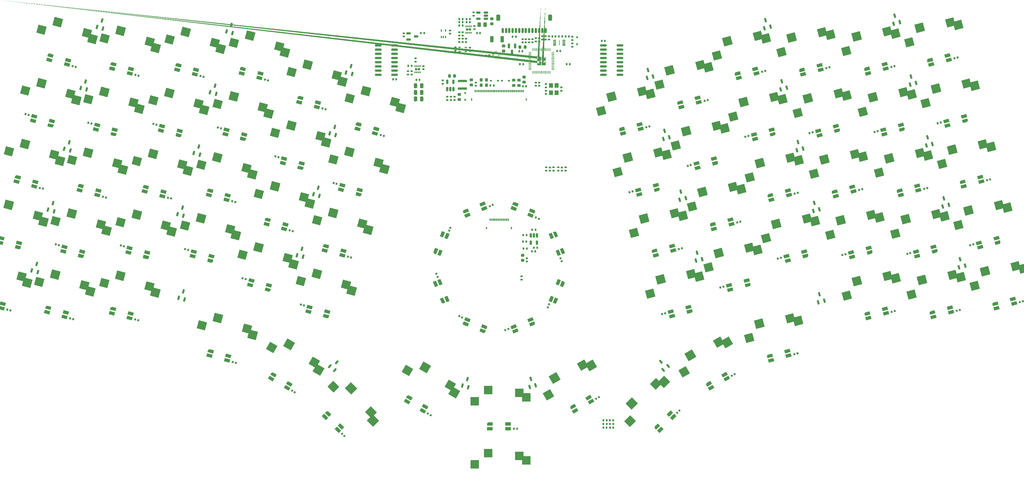
<source format=gbr>
%TF.GenerationSoftware,KiCad,Pcbnew,7.0.6*%
%TF.CreationDate,2023-07-17T12:42:48+01:00*%
%TF.ProjectId,Honeydew,486f6e65-7964-4657-972e-6b696361645f,V3.0*%
%TF.SameCoordinates,Original*%
%TF.FileFunction,Paste,Bot*%
%TF.FilePolarity,Positive*%
%FSLAX46Y46*%
G04 Gerber Fmt 4.6, Leading zero omitted, Abs format (unit mm)*
G04 Created by KiCad (PCBNEW 7.0.6) date 2023-07-17 12:42:48*
%MOMM*%
%LPD*%
G01*
G04 APERTURE LIST*
G04 Aperture macros list*
%AMRoundRect*
0 Rectangle with rounded corners*
0 $1 Rounding radius*
0 $2 $3 $4 $5 $6 $7 $8 $9 X,Y pos of 4 corners*
0 Add a 4 corners polygon primitive as box body*
4,1,4,$2,$3,$4,$5,$6,$7,$8,$9,$2,$3,0*
0 Add four circle primitives for the rounded corners*
1,1,$1+$1,$2,$3*
1,1,$1+$1,$4,$5*
1,1,$1+$1,$6,$7*
1,1,$1+$1,$8,$9*
0 Add four rect primitives between the rounded corners*
20,1,$1+$1,$2,$3,$4,$5,0*
20,1,$1+$1,$4,$5,$6,$7,0*
20,1,$1+$1,$6,$7,$8,$9,0*
20,1,$1+$1,$8,$9,$2,$3,0*%
%AMRotRect*
0 Rectangle, with rotation*
0 The origin of the aperture is its center*
0 $1 length*
0 $2 width*
0 $3 Rotation angle, in degrees counterclockwise*
0 Add horizontal line*
21,1,$1,$2,0,0,$3*%
%AMFreePoly0*
4,1,51,0.532219,0.614745,0.539696,0.609939,0.548497,0.608674,0.568109,0.591679,0.589937,0.577652,0.593629,0.569566,0.600348,0.563745,0.607658,0.538848,0.618438,0.515244,0.617172,0.506443,0.619677,0.497915,0.619677,-0.497915,0.614745,-0.532219,0.609939,-0.539696,0.608674,-0.548497,0.591679,-0.568109,0.577652,-0.589937,0.569566,-0.593629,0.563745,-0.600348,0.538848,-0.607658,
0.515244,-0.618438,0.506443,-0.617172,0.497915,-0.619677,-0.497915,-0.619677,-0.532219,-0.614745,-0.539696,-0.609939,-0.548497,-0.608674,-0.568109,-0.591679,-0.589937,-0.577652,-0.593629,-0.569566,-0.600348,-0.563745,-0.607658,-0.538848,-0.618438,-0.515244,-0.617172,-0.506443,-0.619677,-0.497915,-0.619677,0.397045,-0.616582,0.418565,-0.616895,0.422927,-0.615620,0.425261,-0.614745,0.431349,
-0.598456,0.456693,-0.584014,0.483144,-0.483144,0.584014,-0.465738,0.597042,-0.462875,0.600348,-0.460322,0.601097,-0.455399,0.604783,-0.425958,0.611187,-0.397045,0.619677,0.497915,0.619677,0.532219,0.614745,0.532219,0.614745,$1*%
%AMFreePoly1*
4,1,51,0.532219,0.614745,0.539696,0.609939,0.548497,0.608674,0.568109,0.591679,0.589937,0.577652,0.593629,0.569566,0.600348,0.563745,0.607658,0.538848,0.618438,0.515244,0.617172,0.506443,0.619677,0.497915,0.619677,-0.497915,0.614745,-0.532219,0.609939,-0.539696,0.608674,-0.548497,0.591679,-0.568109,0.577652,-0.589937,0.569566,-0.593629,0.563745,-0.600348,0.538848,-0.607658,
0.515244,-0.618438,0.506443,-0.617172,0.497915,-0.619677,-0.397045,-0.619677,-0.418564,-0.616583,-0.422927,-0.616895,-0.425261,-0.615620,-0.431349,-0.614745,-0.456693,-0.598456,-0.483144,-0.584014,-0.584014,-0.483144,-0.597044,-0.465737,-0.600348,-0.462875,-0.601097,-0.460323,-0.604783,-0.455400,-0.611187,-0.425956,-0.619677,-0.397045,-0.619677,0.497915,-0.614745,0.532219,-0.609939,0.539696,
-0.608674,0.548497,-0.591679,0.568109,-0.577652,0.589937,-0.569566,0.593629,-0.563745,0.600348,-0.538848,0.607658,-0.515244,0.618438,-0.506443,0.617172,-0.497915,0.619677,0.497915,0.619677,0.532219,0.614745,0.532219,0.614745,$1*%
%AMFreePoly2*
4,1,51,0.418565,0.616582,0.422927,0.616895,0.425261,0.615620,0.431349,0.614745,0.456693,0.598456,0.483144,0.584014,0.584014,0.483144,0.597042,0.465738,0.600348,0.462875,0.601097,0.460322,0.604783,0.455399,0.611187,0.425958,0.619677,0.397045,0.619677,-0.497915,0.614745,-0.532219,0.609939,-0.539696,0.608674,-0.548497,0.591679,-0.568109,0.577652,-0.589937,0.569566,-0.593629,
0.563745,-0.600348,0.538848,-0.607658,0.515244,-0.618438,0.506443,-0.617172,0.497915,-0.619677,-0.497915,-0.619677,-0.532219,-0.614745,-0.539696,-0.609939,-0.548497,-0.608674,-0.568109,-0.591679,-0.589937,-0.577652,-0.593629,-0.569566,-0.600348,-0.563745,-0.607658,-0.538848,-0.618438,-0.515244,-0.617172,-0.506443,-0.619677,-0.497915,-0.619677,0.497915,-0.614745,0.532219,-0.609939,0.539696,
-0.608674,0.548497,-0.591679,0.568109,-0.577652,0.589937,-0.569566,0.593629,-0.563745,0.600348,-0.538848,0.607658,-0.515244,0.618438,-0.506443,0.617172,-0.497915,0.619677,0.397045,0.619677,0.418565,0.616582,0.418565,0.616582,$1*%
%AMFreePoly3*
4,1,51,0.532219,0.614745,0.539696,0.609939,0.548497,0.608674,0.568109,0.591679,0.589937,0.577652,0.593629,0.569566,0.600348,0.563745,0.607658,0.538848,0.618438,0.515244,0.617172,0.506443,0.619677,0.497915,0.619677,-0.397045,0.616583,-0.418564,0.616895,-0.422927,0.615620,-0.425261,0.614745,-0.431349,0.598456,-0.456693,0.584014,-0.483144,0.483144,-0.584014,0.465737,-0.597044,
0.462875,-0.600348,0.460323,-0.601097,0.455400,-0.604783,0.425956,-0.611187,0.397045,-0.619677,-0.497915,-0.619677,-0.532219,-0.614745,-0.539696,-0.609939,-0.548497,-0.608674,-0.568109,-0.591679,-0.589937,-0.577652,-0.593629,-0.569566,-0.600348,-0.563745,-0.607658,-0.538848,-0.618438,-0.515244,-0.617172,-0.506443,-0.619677,-0.497915,-0.619677,0.497915,-0.614745,0.532219,-0.609939,0.539696,
-0.608674,0.548497,-0.591679,0.568109,-0.577652,0.589937,-0.569566,0.593629,-0.563745,0.600348,-0.538848,0.607658,-0.515244,0.618438,-0.506443,0.617172,-0.497915,0.619677,0.497915,0.619677,0.532219,0.614745,0.532219,0.614745,$1*%
G04 Aperture macros list end*
%ADD10C,0.010000*%
%ADD11RoundRect,0.150000X-0.150000X-0.625000X0.150000X-0.625000X0.150000X0.625000X-0.150000X0.625000X0*%
%ADD12RoundRect,0.250000X-0.350000X-0.650000X0.350000X-0.650000X0.350000X0.650000X-0.350000X0.650000X0*%
%ADD13RotRect,2.550000X2.500000X150.000000*%
%ADD14RotRect,2.650000X2.600000X330.000000*%
%ADD15RotRect,2.550000X2.500000X135.000000*%
%ADD16RotRect,2.650000X2.600000X315.000000*%
%ADD17RotRect,2.550000X2.500000X165.000000*%
%ADD18RotRect,2.650000X2.600000X345.000000*%
%ADD19RotRect,2.550000X2.500000X195.000000*%
%ADD20RotRect,2.650000X2.600000X15.000000*%
%ADD21RoundRect,0.140000X-0.140000X-0.170000X0.140000X-0.170000X0.140000X0.170000X-0.140000X0.170000X0*%
%ADD22R,0.400000X0.800000*%
%ADD23RotRect,1.700000X1.000000X330.000000*%
%ADD24R,2.550000X2.500000*%
%ADD25R,2.650000X2.600000*%
%ADD26RoundRect,0.150000X-0.150000X0.512500X-0.150000X-0.512500X0.150000X-0.512500X0.150000X0.512500X0*%
%ADD27RoundRect,0.140000X0.170000X-0.140000X0.170000X0.140000X-0.170000X0.140000X-0.170000X-0.140000X0*%
%ADD28R,0.300000X0.500000*%
%ADD29R,0.650000X0.750000*%
%ADD30RotRect,1.700000X1.000000X195.000000*%
%ADD31RoundRect,0.140000X-0.091230X-0.200442X0.179229X-0.127973X0.091230X0.200442X-0.179229X0.127973X0*%
%ADD32RoundRect,0.150000X0.012244X-0.533860X0.277534X0.456214X-0.012244X0.533860X-0.277534X-0.456214X0*%
%ADD33RotRect,1.700000X1.000000X22.500000*%
%ADD34RoundRect,0.140000X-0.179229X-0.127973X0.091230X-0.200442X0.179229X0.127973X-0.091230X0.200442X0*%
%ADD35RoundRect,0.150000X0.277534X-0.456214X0.012244X0.533860X-0.277534X0.456214X-0.012244X-0.533860X0*%
%ADD36RoundRect,0.225000X0.250000X-0.225000X0.250000X0.225000X-0.250000X0.225000X-0.250000X-0.225000X0*%
%ADD37RoundRect,0.140000X0.091230X0.200442X-0.179229X0.127973X-0.091230X-0.200442X0.179229X-0.127973X0*%
%ADD38RoundRect,0.135000X0.135000X0.185000X-0.135000X0.185000X-0.135000X-0.185000X0.135000X-0.185000X0*%
%ADD39RoundRect,0.135000X-0.135000X-0.185000X0.135000X-0.185000X0.135000X0.185000X-0.135000X0.185000X0*%
%ADD40RotRect,1.700000X1.000000X345.000000*%
%ADD41RoundRect,0.140000X0.179229X0.127973X-0.091230X0.200442X-0.179229X-0.127973X0.091230X-0.200442X0*%
%ADD42RoundRect,0.135000X-0.185000X0.135000X-0.185000X-0.135000X0.185000X-0.135000X0.185000X0.135000X0*%
%ADD43RotRect,2.550000X2.500000X210.000000*%
%ADD44RotRect,2.650000X2.600000X30.000000*%
%ADD45RotRect,1.700000X1.000000X15.000000*%
%ADD46RoundRect,0.140000X0.206244X0.077224X-0.036244X0.217224X-0.206244X-0.077224X0.036244X-0.217224X0*%
%ADD47RotRect,1.700000X1.000000X337.500000*%
%ADD48RoundRect,0.150000X-0.192987X-0.497908X0.430993X0.315279X0.192987X0.497908X-0.430993X-0.315279X0*%
%ADD49RoundRect,0.140000X-0.170000X0.140000X-0.170000X-0.140000X0.170000X-0.140000X0.170000X0.140000X0*%
%ADD50RoundRect,0.140000X0.140000X0.170000X-0.140000X0.170000X-0.140000X-0.170000X0.140000X-0.170000X0*%
%ADD51RoundRect,0.225000X-0.225000X-0.250000X0.225000X-0.250000X0.225000X0.250000X-0.225000X0.250000X0*%
%ADD52RoundRect,0.112500X-0.112500X0.187500X-0.112500X-0.187500X0.112500X-0.187500X0.112500X0.187500X0*%
%ADD53RoundRect,0.135000X0.185000X-0.135000X0.185000X0.135000X-0.185000X0.135000X-0.185000X-0.135000X0*%
%ADD54RoundRect,0.140000X0.036244X0.217224X-0.206244X0.077224X-0.036244X-0.217224X0.206244X-0.077224X0*%
%ADD55RotRect,1.700000X1.000000X30.000000*%
%ADD56RoundRect,0.225000X-0.250000X0.225000X-0.250000X-0.225000X0.250000X-0.225000X0.250000X0.225000X0*%
%ADD57RoundRect,0.140000X-0.021213X0.219203X-0.219203X0.021213X0.021213X-0.219203X0.219203X-0.021213X0*%
%ADD58RoundRect,0.250000X0.250000X0.475000X-0.250000X0.475000X-0.250000X-0.475000X0.250000X-0.475000X0*%
%ADD59RotRect,1.700000X1.000000X165.000000*%
%ADD60RoundRect,0.150000X-0.512500X-0.150000X0.512500X-0.150000X0.512500X0.150000X-0.512500X0.150000X0*%
%ADD61RoundRect,0.150000X0.150000X-0.512500X0.150000X0.512500X-0.150000X0.512500X-0.150000X-0.512500X0*%
%ADD62RotRect,1.700000X1.000000X247.500000*%
%ADD63R,0.650000X0.400000*%
%ADD64R,1.700000X1.000000*%
%ADD65R,0.900000X0.300000*%
%ADD66R,0.250000X1.650000*%
%ADD67RoundRect,0.050000X-0.050000X0.375000X-0.050000X-0.375000X0.050000X-0.375000X0.050000X0.375000X0*%
%ADD68RoundRect,0.050000X-0.275000X0.050000X-0.275000X-0.050000X0.275000X-0.050000X0.275000X0.050000X0*%
%ADD69RotRect,1.700000X1.000000X202.500000*%
%ADD70RoundRect,0.250000X-0.275000X-0.700000X0.275000X-0.700000X0.275000X0.700000X-0.275000X0.700000X0*%
%ADD71RotRect,1.700000X1.000000X315.000000*%
%ADD72RoundRect,0.140000X0.064287X0.210635X-0.194399X0.103484X-0.064287X-0.210635X0.194399X-0.103484X0*%
%ADD73RoundRect,0.150000X-0.825000X-0.150000X0.825000X-0.150000X0.825000X0.150000X-0.825000X0.150000X0*%
%ADD74RoundRect,0.140000X-0.210635X0.064287X-0.103484X-0.194399X0.210635X-0.064287X0.103484X0.194399X0*%
%ADD75RoundRect,0.112500X0.187500X0.112500X-0.187500X0.112500X-0.187500X-0.112500X0.187500X-0.112500X0*%
%ADD76RoundRect,0.140000X0.103484X-0.194399X0.210635X0.064287X-0.103484X0.194399X-0.210635X-0.064287X0*%
%ADD77RoundRect,0.140000X-0.194399X-0.103484X0.064287X-0.210635X0.194399X0.103484X-0.064287X0.210635X0*%
%ADD78R,2.700000X0.800000*%
%ADD79RoundRect,0.140000X0.194399X0.103484X-0.064287X0.210635X-0.194399X-0.103484X0.064287X-0.210635X0*%
%ADD80RoundRect,0.150000X-0.150000X0.587500X-0.150000X-0.587500X0.150000X-0.587500X0.150000X0.587500X0*%
%ADD81RotRect,1.700000X1.000000X45.000000*%
%ADD82RoundRect,0.200000X0.275000X-0.200000X0.275000X0.200000X-0.275000X0.200000X-0.275000X-0.200000X0*%
%ADD83RoundRect,0.140000X0.219203X0.021213X0.021213X0.219203X-0.219203X-0.021213X-0.021213X-0.219203X0*%
%ADD84RotRect,1.700000X1.000000X67.500000*%
%ADD85RoundRect,0.140000X0.210635X-0.064287X0.103484X0.194399X-0.210635X0.064287X-0.103484X-0.194399X0*%
%ADD86R,1.200000X1.400000*%
%ADD87RoundRect,0.150000X0.825000X0.150000X-0.825000X0.150000X-0.825000X-0.150000X0.825000X-0.150000X0*%
%ADD88RoundRect,0.140000X-0.064287X-0.210635X0.194399X-0.103484X0.064287X0.210635X-0.194399X0.103484X0*%
%ADD89RoundRect,0.140000X-0.103484X0.194399X-0.210635X-0.064287X0.103484X-0.194399X0.210635X0.064287X0*%
%ADD90RotRect,1.700000X1.000000X292.500000*%
%ADD91RotRect,1.700000X1.000000X112.500000*%
%ADD92RotRect,2.550000X2.500000X225.000000*%
%ADD93RotRect,2.650000X2.600000X45.000000*%
%ADD94RoundRect,0.250000X-0.262500X-0.450000X0.262500X-0.450000X0.262500X0.450000X-0.262500X0.450000X0*%
%ADD95FreePoly0,180.000000*%
%ADD96FreePoly1,180.000000*%
%ADD97FreePoly2,180.000000*%
%ADD98FreePoly3,180.000000*%
%ADD99RoundRect,0.050000X0.387500X0.050000X-0.387500X0.050000X-0.387500X-0.050000X0.387500X-0.050000X0*%
%ADD100RoundRect,0.050000X0.050000X0.387500X-0.050000X0.387500X-0.050000X-0.387500X0.050000X-0.387500X0*%
%ADD101RoundRect,0.150000X0.512500X0.150000X-0.512500X0.150000X-0.512500X-0.150000X0.512500X-0.150000X0*%
%ADD102R,0.400000X0.650000*%
%ADD103RoundRect,0.150000X0.430993X-0.315279X-0.192987X0.497908X-0.430993X0.315279X0.192987X-0.497908X0*%
%ADD104RoundRect,0.112500X0.112500X-0.187500X0.112500X0.187500X-0.112500X0.187500X-0.112500X-0.187500X0*%
%ADD105RotRect,1.700000X1.000000X157.500000*%
G04 APERTURE END LIST*
%TO.C,J3*%
D10*
X200874984Y-128850033D02*
X200624984Y-128850033D01*
X200624984Y-128200033D01*
X200874984Y-128200033D01*
X200874984Y-128850033D01*
G36*
X200874984Y-128850033D02*
G01*
X200624984Y-128850033D01*
X200624984Y-128200033D01*
X200874984Y-128200033D01*
X200874984Y-128850033D01*
G37*
X200374984Y-128850033D02*
X200124984Y-128850033D01*
X200124984Y-128200033D01*
X200374984Y-128200033D01*
X200374984Y-128850033D01*
G36*
X200374984Y-128850033D02*
G01*
X200124984Y-128850033D01*
X200124984Y-128200033D01*
X200374984Y-128200033D01*
X200374984Y-128850033D01*
G37*
X199874984Y-128850033D02*
X199624984Y-128850033D01*
X199624984Y-128200033D01*
X199874984Y-128200033D01*
X199874984Y-128850033D01*
G36*
X199874984Y-128850033D02*
G01*
X199624984Y-128850033D01*
X199624984Y-128200033D01*
X199874984Y-128200033D01*
X199874984Y-128850033D01*
G37*
X199374984Y-128850033D02*
X199124984Y-128850033D01*
X199124984Y-128200033D01*
X199374984Y-128200033D01*
X199374984Y-128850033D01*
G36*
X199374984Y-128850033D02*
G01*
X199124984Y-128850033D01*
X199124984Y-128200033D01*
X199374984Y-128200033D01*
X199374984Y-128850033D01*
G37*
X198874984Y-128850033D02*
X198624984Y-128850033D01*
X198624984Y-128200033D01*
X198874984Y-128200033D01*
X198874984Y-128850033D01*
G36*
X198874984Y-128850033D02*
G01*
X198624984Y-128850033D01*
X198624984Y-128200033D01*
X198874984Y-128200033D01*
X198874984Y-128850033D01*
G37*
X198374984Y-128850033D02*
X198124984Y-128850033D01*
X198124984Y-128200033D01*
X198374984Y-128200033D01*
X198374984Y-128850033D01*
G36*
X198374984Y-128850033D02*
G01*
X198124984Y-128850033D01*
X198124984Y-128200033D01*
X198374984Y-128200033D01*
X198374984Y-128850033D01*
G37*
X197874984Y-128850033D02*
X197624984Y-128850033D01*
X197624984Y-128200033D01*
X197874984Y-128200033D01*
X197874984Y-128850033D01*
G36*
X197874984Y-128850033D02*
G01*
X197624984Y-128850033D01*
X197624984Y-128200033D01*
X197874984Y-128200033D01*
X197874984Y-128850033D01*
G37*
X197374984Y-128850033D02*
X197124984Y-128850033D01*
X197124984Y-128200033D01*
X197374984Y-128200033D01*
X197374984Y-128850033D01*
G36*
X197374984Y-128850033D02*
G01*
X197124984Y-128850033D01*
X197124984Y-128200033D01*
X197374984Y-128200033D01*
X197374984Y-128850033D01*
G37*
X196874984Y-128850033D02*
X196624984Y-128850033D01*
X196624984Y-128200033D01*
X196874984Y-128200033D01*
X196874984Y-128850033D01*
G36*
X196874984Y-128850033D02*
G01*
X196624984Y-128850033D01*
X196624984Y-128200033D01*
X196874984Y-128200033D01*
X196874984Y-128850033D01*
G37*
X196374984Y-128850033D02*
X196124984Y-128850033D01*
X196124984Y-128200033D01*
X196374984Y-128200033D01*
X196374984Y-128850033D01*
G36*
X196374984Y-128850033D02*
G01*
X196124984Y-128850033D01*
X196124984Y-128200033D01*
X196374984Y-128200033D01*
X196374984Y-128850033D01*
G37*
X195874984Y-128850033D02*
X195624984Y-128850033D01*
X195624984Y-128200033D01*
X195874984Y-128200033D01*
X195874984Y-128850033D01*
G36*
X195874984Y-128850033D02*
G01*
X195624984Y-128850033D01*
X195624984Y-128200033D01*
X195874984Y-128200033D01*
X195874984Y-128850033D01*
G37*
X195374984Y-128850033D02*
X195124984Y-128850033D01*
X195124984Y-128200033D01*
X195374984Y-128200033D01*
X195374984Y-128850033D01*
G36*
X195374984Y-128850033D02*
G01*
X195124984Y-128850033D01*
X195124984Y-128200033D01*
X195374984Y-128200033D01*
X195374984Y-128850033D01*
G37*
%TO.C,D61*%
G36*
X171918156Y-182302328D02*
G01*
X171418156Y-183168353D01*
X169945913Y-182318353D01*
X170270913Y-181755436D01*
X170749021Y-181627328D01*
X171918156Y-182302328D01*
G37*
%TO.C,D54*%
G36*
X256415549Y-156215872D02*
G01*
X256168062Y-156644533D01*
X254864062Y-156993939D01*
X254605243Y-156028013D01*
X256247317Y-155588021D01*
X256415549Y-156215872D01*
G37*
%TO.C,D65*%
G36*
X188935373Y-126081029D02*
G01*
X187364778Y-126731590D01*
X187116034Y-126131069D01*
X187305452Y-125673772D01*
X188552690Y-125157149D01*
X188935373Y-126081029D01*
G37*
%TO.C,D27*%
G36*
X82445700Y-155218262D02*
G01*
X82186881Y-156184188D01*
X80544807Y-155744195D01*
X80713039Y-155116343D01*
X81141700Y-154868856D01*
X82445700Y-155218262D01*
G37*
%TO.C,D32*%
G36*
X310054115Y-83233899D02*
G01*
X308412041Y-83673891D01*
X308243809Y-83046040D01*
X308491296Y-82617379D01*
X309795296Y-82267973D01*
X310054115Y-83233899D01*
G37*
%TO.C,D72*%
G36*
X203936565Y-123702950D02*
G01*
X203553882Y-124626830D01*
X201983286Y-123976268D01*
X202232031Y-123375746D01*
X202689328Y-123186327D01*
X203936565Y-123702950D01*
G37*
%TO.C,D3*%
G36*
X102167714Y-81614743D02*
G01*
X101908895Y-82580669D01*
X100266821Y-82140676D01*
X100435053Y-81512824D01*
X100863714Y-81265337D01*
X102167714Y-81614743D01*
G37*
%TO.C,D53*%
G36*
X273994683Y-148218564D02*
G01*
X273747196Y-148647225D01*
X272443196Y-148996631D01*
X272184377Y-148030705D01*
X273826451Y-147590713D01*
X273994683Y-148218564D01*
G37*
%TO.C,D2*%
G36*
X82534206Y-81284445D02*
G01*
X82275387Y-82250371D01*
X80633313Y-81810378D01*
X80801545Y-81182526D01*
X81230206Y-80935039D01*
X82534206Y-81284445D01*
G37*
%TO.C,D18*%
G36*
X146687615Y-136274829D02*
G01*
X146428796Y-137240755D01*
X144786722Y-136800762D01*
X144954954Y-136172910D01*
X145383615Y-135925423D01*
X146687615Y-136274829D01*
G37*
%TO.C,D50*%
G36*
X330429978Y-138027268D02*
G01*
X330182491Y-138455929D01*
X328878491Y-138805335D01*
X328619672Y-137839409D01*
X330261746Y-137399417D01*
X330429978Y-138027268D01*
G37*
%TO.C,D28*%
G36*
X111881203Y-168035999D02*
G01*
X111622384Y-169001925D01*
X109980310Y-168561932D01*
X110148542Y-167934080D01*
X110577203Y-167686593D01*
X111881203Y-168035999D01*
G37*
%TO.C,D55*%
G36*
X348793311Y-154207044D02*
G01*
X347151237Y-154647036D01*
X346983005Y-154019185D01*
X347230492Y-153590524D01*
X348534492Y-153241118D01*
X348793311Y-154207044D01*
G37*
%TO.C,D31*%
G36*
X329071308Y-80603494D02*
G01*
X327429234Y-81043486D01*
X327261002Y-80415635D01*
X327508489Y-79986974D01*
X328812489Y-79637568D01*
X329071308Y-80603494D01*
G37*
%TO.C,D45*%
G36*
X300281599Y-120365947D02*
G01*
X298639525Y-120805939D01*
X298471293Y-120178088D01*
X298718780Y-119749427D01*
X300022780Y-119400021D01*
X300281599Y-120365947D01*
G37*
%TO.C,D43*%
G36*
X338932311Y-117405261D02*
G01*
X337290237Y-117845253D01*
X337122005Y-117217402D01*
X337369492Y-116788741D01*
X338673492Y-116439335D01*
X338932311Y-117405261D01*
G37*
%TO.C,D51*%
G36*
X310796460Y-138357566D02*
G01*
X310548973Y-138786227D01*
X309244973Y-139135633D01*
X308986154Y-138169707D01*
X310628228Y-137729715D01*
X310796460Y-138357566D01*
G37*
%TO.C,D63*%
G36*
X221290937Y-185068347D02*
G01*
X219818694Y-185918347D01*
X219493694Y-185355430D01*
X219621802Y-184877322D01*
X220790937Y-184202322D01*
X221290937Y-185068347D01*
G37*
%TO.C,D13*%
G36*
X53655988Y-115455830D02*
G01*
X53397169Y-116421756D01*
X51755095Y-115981763D01*
X51923327Y-115353911D01*
X52351988Y-115106424D01*
X53655988Y-115455830D01*
G37*
%TO.C,D52*%
G36*
X291368387Y-139454511D02*
G01*
X291120900Y-139883172D01*
X289816900Y-140232578D01*
X289558081Y-139266652D01*
X291200155Y-138826660D01*
X291368387Y-139454511D01*
G37*
%TO.C,D38*%
G36*
X320568973Y-101225487D02*
G01*
X320321486Y-101654148D01*
X319017486Y-102003554D01*
X318758667Y-101037628D01*
X320400741Y-100597636D01*
X320568973Y-101225487D01*
G37*
%TO.C,D23*%
G36*
X129128237Y-149454185D02*
G01*
X128960005Y-150082037D01*
X128531344Y-150329524D01*
X127227344Y-149980118D01*
X127486163Y-149014192D01*
X129128237Y-149454185D01*
G37*
%TO.C,D56*%
G36*
X329776128Y-156837445D02*
G01*
X328134054Y-157277437D01*
X327965822Y-156649586D01*
X328213309Y-156220925D01*
X329517309Y-155871519D01*
X329776128Y-156837445D01*
G37*
%TO.C,D70*%
G36*
X217624279Y-147232061D02*
G01*
X217813698Y-147689358D01*
X217297075Y-148936595D01*
X216373195Y-148553912D01*
X217023757Y-146983316D01*
X217624279Y-147232061D01*
G37*
%TO.C,D64*%
G36*
X196099987Y-209850023D02*
G01*
X194399987Y-209850023D01*
X194399987Y-209200023D01*
X194749987Y-208850023D01*
X196099987Y-208850023D01*
X196099987Y-209850023D01*
G37*
%TO.C,D34*%
G36*
X270992520Y-84661154D02*
G01*
X269350446Y-85101146D01*
X269182214Y-84473295D01*
X269429701Y-84044634D01*
X270733701Y-83695228D01*
X270992520Y-84661154D01*
G37*
%TO.C,D62*%
G36*
X196100001Y-190800034D02*
G01*
X194400001Y-190800034D01*
X194400001Y-190150034D01*
X194750001Y-189800034D01*
X196100001Y-189800034D01*
X196100001Y-190800034D01*
G37*
%TO.C,D10*%
G36*
X121615534Y-103888408D02*
G01*
X121447302Y-104516260D01*
X121018641Y-104763747D01*
X119714641Y-104414341D01*
X119973460Y-103448415D01*
X121615534Y-103888408D01*
G37*
%TO.C,D69*%
G36*
X208883963Y-159868985D02*
G01*
X208694545Y-160326282D01*
X207447307Y-160842905D01*
X207064624Y-159919025D01*
X208635219Y-159268464D01*
X208883963Y-159868985D01*
G37*
%TO.C,D57*%
G36*
X310142607Y-157167719D02*
G01*
X308500533Y-157607711D01*
X308332301Y-156979860D01*
X308579788Y-156551199D01*
X309883788Y-156201793D01*
X310142607Y-157167719D01*
G37*
%TO.C,D30*%
G36*
X147372840Y-187391430D02*
G01*
X146665733Y-188098537D01*
X145463652Y-186896455D01*
X145923271Y-186436836D01*
X146418246Y-186436836D01*
X147372840Y-187391430D01*
G37*
%TO.C,D42*%
G36*
X246554540Y-119414106D02*
G01*
X246307053Y-119842767D01*
X245003053Y-120192173D01*
X244744234Y-119226247D01*
X246386308Y-118786255D01*
X246554540Y-119414106D01*
G37*
%TO.C,D12*%
G36*
X156568365Y-120649747D02*
G01*
X156400133Y-121277599D01*
X155971472Y-121525086D01*
X154667472Y-121175680D01*
X154926291Y-120209754D01*
X156568365Y-120649747D01*
G37*
%TO.C,D44*%
G36*
X319915119Y-120035653D02*
G01*
X318273045Y-120475645D01*
X318104813Y-119847794D01*
X318352300Y-119419133D01*
X319656300Y-119069727D01*
X319915119Y-120035653D01*
G37*
%TO.C,D5*%
G36*
X138969497Y-91475725D02*
G01*
X138710678Y-92441651D01*
X137068604Y-92001658D01*
X137236836Y-91373806D01*
X137665497Y-91126319D01*
X138969497Y-91475725D01*
G37*
%TO.C,D60*%
G36*
X246647267Y-190785548D02*
G01*
X245445185Y-191987629D01*
X244985566Y-191528010D01*
X244985566Y-191033035D01*
X245940160Y-190078441D01*
X246647267Y-190785548D01*
G37*
%TO.C,D20*%
G36*
X72692925Y-139262911D02*
G01*
X72524693Y-139890763D01*
X72096032Y-140138250D01*
X70792032Y-139788844D01*
X71050851Y-138822918D01*
X72692925Y-139262911D01*
G37*
%TO.C,D11*%
G36*
X138989227Y-112652403D02*
G01*
X138820995Y-113280255D01*
X138392334Y-113527742D01*
X137088334Y-113178336D01*
X137347153Y-112212410D01*
X138989227Y-112652403D01*
G37*
%TO.C,D29*%
G36*
X130901122Y-175377447D02*
G01*
X130401122Y-176243472D01*
X128928879Y-175393472D01*
X129253879Y-174830555D01*
X129731987Y-174702447D01*
X130901122Y-175377447D01*
G37*
%TO.C,D66*%
G36*
X179626800Y-137446146D02*
G01*
X178976238Y-139016742D01*
X178375716Y-138767997D01*
X178186297Y-138310700D01*
X178702920Y-137063463D01*
X179626800Y-137446146D01*
G37*
%TO.C,D33*%
G36*
X290420592Y-83564193D02*
G01*
X288778518Y-84004185D01*
X288610286Y-83376334D01*
X288857773Y-82947673D01*
X290161773Y-82598267D01*
X290420592Y-83564193D01*
G37*
%TO.C,D14*%
G36*
X72673198Y-118086202D02*
G01*
X72414379Y-119052128D01*
X70772305Y-118612135D01*
X70940537Y-117984283D01*
X71369198Y-117736796D01*
X72673198Y-118086202D01*
G37*
%TO.C,D40*%
G36*
X281507367Y-102652752D02*
G01*
X281259880Y-103081413D01*
X279955880Y-103430819D01*
X279697061Y-102464893D01*
X281339135Y-102024901D01*
X281507367Y-102652752D01*
G37*
%TO.C,D25*%
G36*
X43794992Y-152257606D02*
G01*
X43536173Y-153223532D01*
X41894099Y-152783539D01*
X42062331Y-152155687D01*
X42490992Y-151908200D01*
X43794992Y-152257606D01*
G37*
%TO.C,D1*%
G36*
X63517014Y-78654048D02*
G01*
X63258195Y-79619974D01*
X61616121Y-79179981D01*
X61784353Y-78552129D01*
X62213014Y-78304642D01*
X63517014Y-78654048D01*
G37*
%TO.C,D22*%
G36*
X111754527Y-140690157D02*
G01*
X111586295Y-141318009D01*
X111157634Y-141565496D01*
X109853634Y-141216090D01*
X110112453Y-140250164D01*
X111754527Y-140690157D01*
G37*
%TO.C,D58*%
G36*
X280707094Y-169985437D02*
G01*
X279065020Y-170425429D01*
X278896788Y-169797578D01*
X279144275Y-169368917D01*
X280448275Y-169019511D01*
X280707094Y-169985437D01*
G37*
%TO.C,D71*%
G36*
X215326257Y-132305483D02*
G01*
X215842880Y-133552721D01*
X214919000Y-133935404D01*
X214268439Y-132364809D01*
X214868960Y-132116065D01*
X215326257Y-132305483D01*
G37*
%TO.C,D48*%
G36*
X245900693Y-138224259D02*
G01*
X244258619Y-138664251D01*
X244090387Y-138036400D01*
X244337874Y-137607739D01*
X245641874Y-137258333D01*
X245900693Y-138224259D01*
G37*
%TO.C,D36*%
G36*
X236039691Y-101422502D02*
G01*
X234397617Y-101862494D01*
X234229385Y-101234643D01*
X234476872Y-100805982D01*
X235780872Y-100456576D01*
X236039691Y-101422502D01*
G37*
%TO.C,D47*%
G36*
X263479841Y-130226962D02*
G01*
X261837767Y-130666954D01*
X261669535Y-130039103D01*
X261917022Y-129610442D01*
X263221022Y-129261036D01*
X263479841Y-130226962D01*
G37*
%TO.C,D26*%
G36*
X62812189Y-154888002D02*
G01*
X62553370Y-155853928D01*
X60911296Y-155413935D01*
X61079528Y-154786083D01*
X61508189Y-154538596D01*
X62812189Y-154888002D01*
G37*
%TO.C,D9*%
G36*
X102187448Y-102791412D02*
G01*
X102019216Y-103419264D01*
X101590555Y-103666751D01*
X100286555Y-103317345D01*
X100545374Y-102351419D01*
X102187448Y-102791412D01*
G37*
%TO.C,D59*%
G36*
X262307986Y-178143454D02*
G01*
X260835743Y-178993454D01*
X260510743Y-178430537D01*
X260638851Y-177952429D01*
X261807986Y-177277429D01*
X262307986Y-178143454D01*
G37*
%TO.C,D39*%
G36*
X300935456Y-101555786D02*
G01*
X300687969Y-101984447D01*
X299383969Y-102333853D01*
X299125150Y-101367927D01*
X300767224Y-100927935D01*
X300935456Y-101555786D01*
G37*
%TO.C,D17*%
G36*
X129108495Y-128277536D02*
G01*
X128849676Y-129243462D01*
X127207602Y-128803469D01*
X127375834Y-128175617D01*
X127804495Y-127928130D01*
X129108495Y-128277536D01*
G37*
%TO.C,D67*%
G36*
X181731560Y-153635247D02*
G01*
X181131039Y-153883991D01*
X180673742Y-153694573D01*
X180157119Y-152447335D01*
X181080999Y-152064652D01*
X181731560Y-153635247D01*
G37*
%TO.C,D4*%
G36*
X121595788Y-82711701D02*
G01*
X121336969Y-83677627D01*
X119694895Y-83237634D01*
X119863127Y-82609782D01*
X120291788Y-82362295D01*
X121595788Y-82711701D01*
G37*
%TO.C,D46*%
G36*
X280853517Y-121462918D02*
G01*
X279211443Y-121902910D01*
X279043211Y-121275059D01*
X279290698Y-120846398D01*
X280594698Y-120496992D01*
X280853517Y-121462918D01*
G37*
%TO.C,D19*%
G36*
X53675753Y-136632523D02*
G01*
X53507521Y-137260375D01*
X53078860Y-137507862D01*
X51774860Y-137158456D01*
X52033679Y-136192530D01*
X53675753Y-136632523D01*
G37*
%TO.C,D6*%
G36*
X156548617Y-99473051D02*
G01*
X156289798Y-100438977D01*
X154647724Y-99998984D01*
X154815956Y-99371132D01*
X155244617Y-99123645D01*
X156548617Y-99473051D01*
G37*
%TO.C,D24*%
G36*
X146707357Y-157451533D02*
G01*
X146539125Y-158079385D01*
X146110464Y-158326872D01*
X144806464Y-157977466D01*
X145065283Y-157011540D01*
X146707357Y-157451533D01*
G37*
%TO.C,J6*%
X205374992Y-89987528D02*
X205124992Y-89987528D01*
X205124992Y-89337528D01*
X205374992Y-89337528D01*
X205374992Y-89987528D01*
G36*
X205374992Y-89987528D02*
G01*
X205124992Y-89987528D01*
X205124992Y-89337528D01*
X205374992Y-89337528D01*
X205374992Y-89987528D01*
G37*
X204874992Y-89987528D02*
X204624992Y-89987528D01*
X204624992Y-89337528D01*
X204874992Y-89337528D01*
X204874992Y-89987528D01*
G36*
X204874992Y-89987528D02*
G01*
X204624992Y-89987528D01*
X204624992Y-89337528D01*
X204874992Y-89337528D01*
X204874992Y-89987528D01*
G37*
X204374992Y-89987528D02*
X204124992Y-89987528D01*
X204124992Y-89337528D01*
X204374992Y-89337528D01*
X204374992Y-89987528D01*
G36*
X204374992Y-89987528D02*
G01*
X204124992Y-89987528D01*
X204124992Y-89337528D01*
X204374992Y-89337528D01*
X204374992Y-89987528D01*
G37*
X203874992Y-89987528D02*
X203624992Y-89987528D01*
X203624992Y-89337528D01*
X203874992Y-89337528D01*
X203874992Y-89987528D01*
G36*
X203874992Y-89987528D02*
G01*
X203624992Y-89987528D01*
X203624992Y-89337528D01*
X203874992Y-89337528D01*
X203874992Y-89987528D01*
G37*
X203374992Y-89987528D02*
X203124992Y-89987528D01*
X203124992Y-89337528D01*
X203374992Y-89337528D01*
X203374992Y-89987528D01*
G36*
X203374992Y-89987528D02*
G01*
X203124992Y-89987528D01*
X203124992Y-89337528D01*
X203374992Y-89337528D01*
X203374992Y-89987528D01*
G37*
X202874992Y-89987528D02*
X202624992Y-89987528D01*
X202624992Y-89337528D01*
X202874992Y-89337528D01*
X202874992Y-89987528D01*
G36*
X202874992Y-89987528D02*
G01*
X202624992Y-89987528D01*
X202624992Y-89337528D01*
X202874992Y-89337528D01*
X202874992Y-89987528D01*
G37*
X202374992Y-89987528D02*
X202124992Y-89987528D01*
X202124992Y-89337528D01*
X202374992Y-89337528D01*
X202374992Y-89987528D01*
G36*
X202374992Y-89987528D02*
G01*
X202124992Y-89987528D01*
X202124992Y-89337528D01*
X202374992Y-89337528D01*
X202374992Y-89987528D01*
G37*
X201874992Y-89987528D02*
X201624992Y-89987528D01*
X201624992Y-89337528D01*
X201874992Y-89337528D01*
X201874992Y-89987528D01*
G36*
X201874992Y-89987528D02*
G01*
X201624992Y-89987528D01*
X201624992Y-89337528D01*
X201874992Y-89337528D01*
X201874992Y-89987528D01*
G37*
X201374992Y-89987528D02*
X201124992Y-89987528D01*
X201124992Y-89337528D01*
X201374992Y-89337528D01*
X201374992Y-89987528D01*
G36*
X201374992Y-89987528D02*
G01*
X201124992Y-89987528D01*
X201124992Y-89337528D01*
X201374992Y-89337528D01*
X201374992Y-89987528D01*
G37*
X200874992Y-89987528D02*
X200624992Y-89987528D01*
X200624992Y-89337528D01*
X200874992Y-89337528D01*
X200874992Y-89987528D01*
G36*
X200874992Y-89987528D02*
G01*
X200624992Y-89987528D01*
X200624992Y-89337528D01*
X200874992Y-89337528D01*
X200874992Y-89987528D01*
G37*
X200374992Y-89987528D02*
X200124992Y-89987528D01*
X200124992Y-89337528D01*
X200374992Y-89337528D01*
X200374992Y-89987528D01*
G36*
X200374992Y-89987528D02*
G01*
X200124992Y-89987528D01*
X200124992Y-89337528D01*
X200374992Y-89337528D01*
X200374992Y-89987528D01*
G37*
X199874992Y-89987528D02*
X199624992Y-89987528D01*
X199624992Y-89337528D01*
X199874992Y-89337528D01*
X199874992Y-89987528D01*
G36*
X199874992Y-89987528D02*
G01*
X199624992Y-89987528D01*
X199624992Y-89337528D01*
X199874992Y-89337528D01*
X199874992Y-89987528D01*
G37*
X199374992Y-89987528D02*
X199124992Y-89987528D01*
X199124992Y-89337528D01*
X199374992Y-89337528D01*
X199374992Y-89987528D01*
G36*
X199374992Y-89987528D02*
G01*
X199124992Y-89987528D01*
X199124992Y-89337528D01*
X199374992Y-89337528D01*
X199374992Y-89987528D01*
G37*
X198874992Y-89987528D02*
X198624992Y-89987528D01*
X198624992Y-89337528D01*
X198874992Y-89337528D01*
X198874992Y-89987528D01*
G36*
X198874992Y-89987528D02*
G01*
X198624992Y-89987528D01*
X198624992Y-89337528D01*
X198874992Y-89337528D01*
X198874992Y-89987528D01*
G37*
X198374992Y-89987528D02*
X198124992Y-89987528D01*
X198124992Y-89337528D01*
X198374992Y-89337528D01*
X198374992Y-89987528D01*
G36*
X198374992Y-89987528D02*
G01*
X198124992Y-89987528D01*
X198124992Y-89337528D01*
X198374992Y-89337528D01*
X198374992Y-89987528D01*
G37*
X197874992Y-89987528D02*
X197624992Y-89987528D01*
X197624992Y-89337528D01*
X197874992Y-89337528D01*
X197874992Y-89987528D01*
G36*
X197874992Y-89987528D02*
G01*
X197624992Y-89987528D01*
X197624992Y-89337528D01*
X197874992Y-89337528D01*
X197874992Y-89987528D01*
G37*
X197374992Y-89987528D02*
X197124992Y-89987528D01*
X197124992Y-89337528D01*
X197374992Y-89337528D01*
X197374992Y-89987528D01*
G36*
X197374992Y-89987528D02*
G01*
X197124992Y-89987528D01*
X197124992Y-89337528D01*
X197374992Y-89337528D01*
X197374992Y-89987528D01*
G37*
X196874992Y-89987528D02*
X196624992Y-89987528D01*
X196624992Y-89337528D01*
X196874992Y-89337528D01*
X196874992Y-89987528D01*
G36*
X196874992Y-89987528D02*
G01*
X196624992Y-89987528D01*
X196624992Y-89337528D01*
X196874992Y-89337528D01*
X196874992Y-89987528D01*
G37*
X196374992Y-89987528D02*
X196124992Y-89987528D01*
X196124992Y-89337528D01*
X196374992Y-89337528D01*
X196374992Y-89987528D01*
G36*
X196374992Y-89987528D02*
G01*
X196124992Y-89987528D01*
X196124992Y-89337528D01*
X196374992Y-89337528D01*
X196374992Y-89987528D01*
G37*
X195874992Y-89987528D02*
X195624992Y-89987528D01*
X195624992Y-89337528D01*
X195874992Y-89337528D01*
X195874992Y-89987528D01*
G36*
X195874992Y-89987528D02*
G01*
X195624992Y-89987528D01*
X195624992Y-89337528D01*
X195874992Y-89337528D01*
X195874992Y-89987528D01*
G37*
X195374992Y-89987528D02*
X195124992Y-89987528D01*
X195124992Y-89337528D01*
X195374992Y-89337528D01*
X195374992Y-89987528D01*
G36*
X195374992Y-89987528D02*
G01*
X195124992Y-89987528D01*
X195124992Y-89337528D01*
X195374992Y-89337528D01*
X195374992Y-89987528D01*
G37*
X194874992Y-89987528D02*
X194624992Y-89987528D01*
X194624992Y-89337528D01*
X194874992Y-89337528D01*
X194874992Y-89987528D01*
G36*
X194874992Y-89987528D02*
G01*
X194624992Y-89987528D01*
X194624992Y-89337528D01*
X194874992Y-89337528D01*
X194874992Y-89987528D01*
G37*
X194374992Y-89987528D02*
X194124992Y-89987528D01*
X194124992Y-89337528D01*
X194374992Y-89337528D01*
X194374992Y-89987528D01*
G36*
X194374992Y-89987528D02*
G01*
X194124992Y-89987528D01*
X194124992Y-89337528D01*
X194374992Y-89337528D01*
X194374992Y-89987528D01*
G37*
X193874992Y-89987528D02*
X193624992Y-89987528D01*
X193624992Y-89337528D01*
X193874992Y-89337528D01*
X193874992Y-89987528D01*
G36*
X193874992Y-89987528D02*
G01*
X193624992Y-89987528D01*
X193624992Y-89337528D01*
X193874992Y-89337528D01*
X193874992Y-89987528D01*
G37*
X193374992Y-89987528D02*
X193124992Y-89987528D01*
X193124992Y-89337528D01*
X193374992Y-89337528D01*
X193374992Y-89987528D01*
G36*
X193374992Y-89987528D02*
G01*
X193124992Y-89987528D01*
X193124992Y-89337528D01*
X193374992Y-89337528D01*
X193374992Y-89987528D01*
G37*
X192874992Y-89987528D02*
X192624992Y-89987528D01*
X192624992Y-89337528D01*
X192874992Y-89337528D01*
X192874992Y-89987528D01*
G36*
X192874992Y-89987528D02*
G01*
X192624992Y-89987528D01*
X192624992Y-89337528D01*
X192874992Y-89337528D01*
X192874992Y-89987528D01*
G37*
X192374992Y-89987528D02*
X192124992Y-89987528D01*
X192124992Y-89337528D01*
X192374992Y-89337528D01*
X192374992Y-89987528D01*
G36*
X192374992Y-89987528D02*
G01*
X192124992Y-89987528D01*
X192124992Y-89337528D01*
X192374992Y-89337528D01*
X192374992Y-89987528D01*
G37*
X191874992Y-89987528D02*
X191624992Y-89987528D01*
X191624992Y-89337528D01*
X191874992Y-89337528D01*
X191874992Y-89987528D01*
G36*
X191874992Y-89987528D02*
G01*
X191624992Y-89987528D01*
X191624992Y-89337528D01*
X191874992Y-89337528D01*
X191874992Y-89987528D01*
G37*
X191374992Y-89987528D02*
X191124992Y-89987528D01*
X191124992Y-89337528D01*
X191374992Y-89337528D01*
X191374992Y-89987528D01*
G36*
X191374992Y-89987528D02*
G01*
X191124992Y-89987528D01*
X191124992Y-89337528D01*
X191374992Y-89337528D01*
X191374992Y-89987528D01*
G37*
X190874992Y-89987528D02*
X190624992Y-89987528D01*
X190624992Y-89337528D01*
X190874992Y-89337528D01*
X190874992Y-89987528D01*
G36*
X190874992Y-89987528D02*
G01*
X190624992Y-89987528D01*
X190624992Y-89337528D01*
X190874992Y-89337528D01*
X190874992Y-89987528D01*
G37*
%TO.C,D37*%
G36*
X339586146Y-98595098D02*
G01*
X339338659Y-99023759D01*
X338034659Y-99373165D01*
X337775840Y-98407239D01*
X339417914Y-97967247D01*
X339586146Y-98595098D01*
G37*
%TO.C,D15*%
G36*
X92306709Y-118416497D02*
G01*
X92047890Y-119382423D01*
X90405816Y-118942430D01*
X90574048Y-118314578D01*
X91002709Y-118067091D01*
X92306709Y-118416497D01*
G37*
%TO.C,D49*%
G36*
X349447166Y-135396887D02*
G01*
X349199679Y-135825548D01*
X347895679Y-136174954D01*
X347636860Y-135209028D01*
X349278934Y-134769036D01*
X349447166Y-135396887D01*
G37*
%TO.C,D8*%
G36*
X82553942Y-102461128D02*
G01*
X82385710Y-103088980D01*
X81957049Y-103336467D01*
X80653049Y-102987061D01*
X80911868Y-102021135D01*
X82553942Y-102461128D01*
G37*
%TO.C,D16*%
G36*
X111734769Y-119513480D02*
G01*
X111475950Y-120479406D01*
X109833876Y-120039413D01*
X110002108Y-119411561D01*
X110430769Y-119164074D01*
X111734769Y-119513480D01*
G37*
%TO.C,D21*%
G36*
X92326445Y-139593198D02*
G01*
X92158213Y-140221050D01*
X91729552Y-140468537D01*
X90425552Y-140119131D01*
X90684371Y-139153205D01*
X92326445Y-139593198D01*
G37*
%TO.C,D7*%
G36*
X63536752Y-99830746D02*
G01*
X63368520Y-100458598D01*
X62939859Y-100706085D01*
X61635859Y-100356679D01*
X61894678Y-99390753D01*
X63536752Y-99830746D01*
G37*
%TO.C,D41*%
G36*
X264133689Y-111416795D02*
G01*
X263886202Y-111845456D01*
X262582202Y-112194862D01*
X262323383Y-111228936D01*
X263965457Y-110788944D01*
X264133689Y-111416795D01*
G37*
%TO.C,D68*%
G36*
X194016715Y-162023785D02*
G01*
X193767970Y-162624307D01*
X193310673Y-162813726D01*
X192063436Y-162297103D01*
X192446119Y-161373223D01*
X194016715Y-162023785D01*
G37*
%TO.C,D35*%
G36*
X253618813Y-93425195D02*
G01*
X251976739Y-93865187D01*
X251808507Y-93237336D01*
X252055994Y-92808675D01*
X253359994Y-92459269D01*
X253618813Y-93425195D01*
G37*
%TD*%
D11*
%TO.C,J2*%
X199099994Y-71400030D03*
X200099994Y-71400030D03*
X201099994Y-71400030D03*
X202099994Y-71400030D03*
X203099994Y-71400030D03*
X204099994Y-71400030D03*
X205099994Y-71400030D03*
X206099994Y-71400030D03*
X207099994Y-71400030D03*
X208099994Y-71400030D03*
X209099994Y-71400030D03*
X210099994Y-71400030D03*
X211099994Y-71400030D03*
X212099994Y-71400030D03*
D12*
X197799994Y-67525030D03*
X213399994Y-67525030D03*
%TD*%
D13*
%TO.C,SW29*%
X142260659Y-171682138D03*
D14*
X143461943Y-173911452D03*
D13*
X129342617Y-167156842D03*
D14*
X134611312Y-166261196D03*
%TD*%
D15*
%TO.C,SW30*%
X159301732Y-186762107D03*
D16*
X159885095Y-189226374D03*
D15*
X147995094Y-179047572D03*
D16*
X153316073Y-179546082D03*
%TD*%
D17*
%TO.C,SW1*%
X73533074Y-72144586D03*
D18*
X75270415Y-73987022D03*
D17*
X59883971Y-71116921D03*
D18*
X64741329Y-68888155D03*
%TD*%
D17*
%TO.C,SW23*%
X134194051Y-140168931D03*
D18*
X135931392Y-142011367D03*
D17*
X120544948Y-139141266D03*
D18*
X125402306Y-136912500D03*
%TD*%
D17*
%TO.C,SW24*%
X151773174Y-148166276D03*
D18*
X153510515Y-150008712D03*
D17*
X138124071Y-147138611D03*
D18*
X142981429Y-144909845D03*
%TD*%
D17*
%TO.C,SW21*%
X97392270Y-130307940D03*
D18*
X99129611Y-132150376D03*
D17*
X83743167Y-129280275D03*
D18*
X88600525Y-127051509D03*
%TD*%
D17*
%TO.C,SW22*%
X116820346Y-131404901D03*
D18*
X118557687Y-133247337D03*
D17*
X103171243Y-130377236D03*
D18*
X108028601Y-128148470D03*
%TD*%
D17*
%TO.C,SW25*%
X53811058Y-145748145D03*
D18*
X55548399Y-147590581D03*
D17*
X40161955Y-144720480D03*
D18*
X45019313Y-142491714D03*
%TD*%
D17*
%TO.C,SW11*%
X144055040Y-103367153D03*
D18*
X145792381Y-105209589D03*
D17*
X130405937Y-102339488D03*
D18*
X135263295Y-100110722D03*
%TD*%
D17*
%TO.C,SW12*%
X161634185Y-111364492D03*
D18*
X163371526Y-113206928D03*
D17*
X147985082Y-110336827D03*
D18*
X152842440Y-108108061D03*
%TD*%
D17*
%TO.C,SW13*%
X63672044Y-108946376D03*
D18*
X65409385Y-110788812D03*
D17*
X50022941Y-107918711D03*
D18*
X54880299Y-105689945D03*
%TD*%
D17*
%TO.C,SW14*%
X82689259Y-111576744D03*
D18*
X84426600Y-113419180D03*
D17*
X69040156Y-110549079D03*
D18*
X73897514Y-108320313D03*
%TD*%
D17*
%TO.C,SW15*%
X102322773Y-111907038D03*
D18*
X104060114Y-113749474D03*
D17*
X88673670Y-110879373D03*
D18*
X93531028Y-108650607D03*
%TD*%
D17*
%TO.C,SW17*%
X139124555Y-121768070D03*
D18*
X140861896Y-123610506D03*
D17*
X125475452Y-120740405D03*
D18*
X130332810Y-118511639D03*
%TD*%
D17*
%TO.C,SW16*%
X121750822Y-113004022D03*
D18*
X123488163Y-114846458D03*
D17*
X108101719Y-111976357D03*
D18*
X112959077Y-109747591D03*
%TD*%
D17*
%TO.C,SW18*%
X156703672Y-129765371D03*
D18*
X158441013Y-131607807D03*
D17*
X143054569Y-128737706D03*
D18*
X147911927Y-126508940D03*
%TD*%
D17*
%TO.C,SW19*%
X58741565Y-127347273D03*
D18*
X60478906Y-129189709D03*
D17*
X45092462Y-126319608D03*
D18*
X49949820Y-124090842D03*
%TD*%
D17*
%TO.C,SW20*%
X77758740Y-129977652D03*
D18*
X79496081Y-131820088D03*
D17*
X64109637Y-128949987D03*
D18*
X68966995Y-126721221D03*
%TD*%
D17*
%TO.C,SW26*%
X72828253Y-148378543D03*
D18*
X74565594Y-150220979D03*
D17*
X59179150Y-147350878D03*
D18*
X64036508Y-145122112D03*
%TD*%
D17*
%TO.C,SW27*%
X92461761Y-148708803D03*
D18*
X94199102Y-150551239D03*
D17*
X78812658Y-147681138D03*
D18*
X83670016Y-145452372D03*
%TD*%
D17*
%TO.C,SW28*%
X121897267Y-161526537D03*
D18*
X123634608Y-163368973D03*
D17*
X108248164Y-160498872D03*
D18*
X113105522Y-158270106D03*
%TD*%
D17*
%TO.C,SW3*%
X112183775Y-75105291D03*
D18*
X113921116Y-76947727D03*
D17*
X98534672Y-74077626D03*
D18*
X103392030Y-71848860D03*
%TD*%
D17*
%TO.C,SW7*%
X68602568Y-90545490D03*
D18*
X70339909Y-92387926D03*
D17*
X54953465Y-89517825D03*
D18*
X59810823Y-87289059D03*
%TD*%
D17*
%TO.C,SW9*%
X107253269Y-93506147D03*
D18*
X108990610Y-95348583D03*
D17*
X93604166Y-92478482D03*
D18*
X98461524Y-90249716D03*
%TD*%
D17*
%TO.C,SW5*%
X148985548Y-84966263D03*
D18*
X150722889Y-86808699D03*
D17*
X135336445Y-83938598D03*
D18*
X140193803Y-81709832D03*
%TD*%
D17*
%TO.C,SW10*%
X126681343Y-94603156D03*
D18*
X128418684Y-96445592D03*
D17*
X113032240Y-93575491D03*
D18*
X117889598Y-91346725D03*
%TD*%
D17*
%TO.C,SW4*%
X131611847Y-76202243D03*
D18*
X133349188Y-78044679D03*
D17*
X117962744Y-75174578D03*
D18*
X122820102Y-72945812D03*
%TD*%
D17*
%TO.C,SW2*%
X92550265Y-74774990D03*
D18*
X94287606Y-76617426D03*
D17*
X78901162Y-73747325D03*
D18*
X83758520Y-71518559D03*
%TD*%
D17*
%TO.C,SW8*%
X87619758Y-93175879D03*
D18*
X89357099Y-95018315D03*
D17*
X73970655Y-92148214D03*
D18*
X78828013Y-89919448D03*
%TD*%
D17*
%TO.C,SW6*%
X166564681Y-92963597D03*
D18*
X168302022Y-94806033D03*
D17*
X152915578Y-91935932D03*
D18*
X157772936Y-89707166D03*
%TD*%
D19*
%TO.C,SW36*%
X241200310Y-89811195D03*
D20*
X243626109Y-90538121D03*
D19*
X228866008Y-95745763D03*
D20*
X231958219Y-91386915D03*
%TD*%
D21*
%TO.C,C118*%
X170619999Y-82100027D03*
X171579999Y-82100027D03*
%TD*%
D22*
%TO.C,J3*%
X201749984Y-131100033D03*
X194249984Y-131100033D03*
%TD*%
D23*
%TO.C,D61*%
X174995174Y-186272776D03*
X175695174Y-185060340D03*
X170232034Y-183522776D03*
%TD*%
D24*
%TO.C,SW62*%
X204089994Y-180920026D03*
D25*
X206244994Y-182250026D03*
D24*
X190639994Y-183460026D03*
D25*
X194754994Y-180050026D03*
%TD*%
D26*
%TO.C,U6*%
X207549993Y-133262527D03*
X208499993Y-133262527D03*
X209449993Y-133262527D03*
X209449993Y-135537527D03*
X207549993Y-135537527D03*
%TD*%
D27*
%TO.C,C33*%
X195099992Y-78880031D03*
X195099992Y-77920031D03*
%TD*%
D28*
%TO.C,U14*%
X172649994Y-84050037D03*
X173149994Y-84050037D03*
X173649994Y-84050037D03*
X174149994Y-84050037D03*
X174149994Y-82150037D03*
X173649994Y-82150037D03*
X173149994Y-82150037D03*
X172649994Y-82150037D03*
D29*
X172999994Y-83100037D03*
X173799994Y-83100037D03*
%TD*%
D19*
%TO.C,SW58*%
X285867709Y-158374125D03*
D20*
X288293508Y-159101051D03*
D19*
X273533407Y-164308693D03*
D20*
X276625618Y-159949845D03*
%TD*%
D30*
%TO.C,D54*%
X249880751Y-156362188D03*
X250243097Y-157714484D03*
X255193343Y-154938684D03*
%TD*%
D31*
%TO.C,C90*%
X264822907Y-149071457D03*
X265750195Y-148822991D03*
%TD*%
D32*
%TO.C,D74*%
X117520049Y-72132407D03*
X115684790Y-71640651D03*
X117191233Y-69689047D03*
%TD*%
D33*
%TO.C,D65*%
X193575828Y-125133042D03*
X193040071Y-123839611D03*
X188494491Y-127237801D03*
%TD*%
D19*
%TO.C,SW51*%
X310372724Y-127155539D03*
D20*
X312798523Y-127882465D03*
D19*
X298038422Y-133090107D03*
D20*
X301130633Y-128731259D03*
%TD*%
D34*
%TO.C,C68*%
X64155254Y-136043497D03*
X65082542Y-136291963D03*
%TD*%
D35*
%TO.C,D94*%
X328874354Y-105658693D03*
X327039095Y-106150449D03*
X327367911Y-103707089D03*
%TD*%
D36*
%TO.C,C44*%
X205599989Y-86975029D03*
X205599989Y-85425029D03*
%TD*%
D37*
%TO.C,C109*%
X336432779Y-79562743D03*
X335505491Y-79811209D03*
%TD*%
D21*
%TO.C,C17*%
X204319994Y-81600030D03*
X205279994Y-81600030D03*
%TD*%
D38*
%TO.C,R27*%
X209510009Y-137000026D03*
X208490009Y-137000026D03*
%TD*%
D34*
%TO.C,C55*%
X93649779Y-99572000D03*
X94577067Y-99820466D03*
%TD*%
%TO.C,C54*%
X113077865Y-100669000D03*
X114005153Y-100917466D03*
%TD*%
D39*
%TO.C,R40*%
X229489995Y-190295060D03*
X230509995Y-190295060D03*
%TD*%
D40*
%TO.C,D27*%
X86445499Y-158257029D03*
X86807845Y-156904733D03*
X81132907Y-156833525D03*
%TD*%
D37*
%TO.C,C92*%
X253262162Y-137183515D03*
X252334874Y-137431981D03*
%TD*%
D41*
%TO.C,C71*%
X69448969Y-158633343D03*
X68521681Y-158384877D03*
%TD*%
D42*
%TO.C,R20*%
X186000003Y-73890031D03*
X186000003Y-74910031D03*
%TD*%
D19*
%TO.C,SW39*%
X300511720Y-90353755D03*
D20*
X302937519Y-91080681D03*
D19*
X288177418Y-96288323D03*
D20*
X291269629Y-91929475D03*
%TD*%
D43*
%TO.C,SW63*%
X223270477Y-172517017D03*
D44*
X225801761Y-172591331D03*
D43*
X212892435Y-181441721D03*
D44*
X214751130Y-176431075D03*
%TD*%
D45*
%TO.C,D32*%
X314778607Y-82899724D03*
X314416261Y-81547428D03*
X309466015Y-84323228D03*
%TD*%
D13*
%TO.C,SW61*%
X183277696Y-178607019D03*
D14*
X184478980Y-180836333D03*
D13*
X170359654Y-174081723D03*
D14*
X175628349Y-173186077D03*
%TD*%
D46*
%TO.C,C76*%
X177359422Y-187637778D03*
X176528038Y-187157778D03*
%TD*%
D19*
%TO.C,SW48*%
X251061305Y-126612951D03*
D20*
X253487104Y-127339877D03*
D19*
X238727003Y-132547519D03*
D20*
X241819214Y-128188671D03*
%TD*%
D31*
%TO.C,C101*%
X272335593Y-103505636D03*
X273262881Y-103257170D03*
%TD*%
D47*
%TO.C,D72*%
X207505506Y-127237799D03*
X208041263Y-125944368D03*
X202424169Y-125133040D03*
%TD*%
D39*
%TO.C,R5*%
X216089989Y-73200031D03*
X217109989Y-73200031D03*
%TD*%
D40*
%TO.C,D3*%
X106167513Y-84653510D03*
X106529859Y-83301214D03*
X100854921Y-83230006D03*
%TD*%
D41*
%TO.C,C63*%
X153324391Y-140020176D03*
X152397103Y-139771710D03*
%TD*%
D42*
%TO.C,R8*%
X209099994Y-74710028D03*
X209099994Y-73690028D03*
%TD*%
D21*
%TO.C,C31*%
X191319991Y-72200025D03*
X192279991Y-72200025D03*
%TD*%
%TO.C,C21*%
X208044998Y-131600030D03*
X209004998Y-131600030D03*
%TD*%
D41*
%TO.C,C49*%
X128232567Y-86457049D03*
X127305279Y-86208583D03*
%TD*%
D30*
%TO.C,D53*%
X267459885Y-148364880D03*
X267822231Y-149717176D03*
X272772477Y-146941376D03*
%TD*%
D40*
%TO.C,D2*%
X86534005Y-84323212D03*
X86896351Y-82970916D03*
X81221413Y-82899708D03*
%TD*%
%TO.C,D18*%
X150687414Y-139313596D03*
X151049760Y-137961300D03*
X145374822Y-137890092D03*
%TD*%
D37*
%TO.C,C85*%
X356154780Y-153166290D03*
X355227492Y-153414756D03*
%TD*%
D48*
%TO.C,D87*%
X148370904Y-174009539D03*
X146863532Y-172852892D03*
X149002150Y-171626337D03*
%TD*%
D42*
%TO.C,R23*%
X189199989Y-76590032D03*
X189199989Y-77610032D03*
%TD*%
D49*
%TO.C,C11*%
X207099987Y-74980031D03*
X207099987Y-74020031D03*
%TD*%
D50*
%TO.C,C22*%
X206379996Y-137300028D03*
X205419996Y-137300028D03*
%TD*%
D51*
%TO.C,C10*%
X205874989Y-76400033D03*
X204324989Y-76400033D03*
%TD*%
D52*
%TO.C,D106*%
X221599990Y-75550033D03*
X221599990Y-73450033D03*
%TD*%
D49*
%TO.C,C12*%
X211099987Y-74080032D03*
X211099987Y-73120032D03*
%TD*%
D53*
%TO.C,R32*%
X170499994Y-84710030D03*
X170499994Y-83690030D03*
%TD*%
%TO.C,R44*%
X181000027Y-87510020D03*
X181000027Y-86490020D03*
%TD*%
D19*
%TO.C,SW49*%
X349023425Y-124194850D03*
D20*
X351449224Y-124921776D03*
D19*
X336689123Y-130129418D03*
D20*
X339781334Y-125770570D03*
%TD*%
D32*
%TO.C,D103*%
X188746764Y-179158049D03*
X186911505Y-178666293D03*
X188417948Y-176714689D03*
%TD*%
D21*
%TO.C,C3*%
X174419997Y-72200027D03*
X175379997Y-72200027D03*
%TD*%
D31*
%TO.C,C99*%
X311397190Y-102078383D03*
X312324478Y-101829917D03*
%TD*%
D30*
%TO.C,D50*%
X323895180Y-138173584D03*
X324257526Y-139525880D03*
X329207772Y-136750080D03*
%TD*%
D51*
%TO.C,C40*%
X192624988Y-86337532D03*
X194174988Y-86337532D03*
%TD*%
D40*
%TO.C,D28*%
X115881002Y-171074766D03*
X116243348Y-169722470D03*
X110568410Y-169651262D03*
%TD*%
D54*
%TO.C,C81*%
X269149260Y-175232885D03*
X268317876Y-175712885D03*
%TD*%
D45*
%TO.C,D55*%
X353517803Y-153872869D03*
X353155457Y-152520573D03*
X348205211Y-155296373D03*
%TD*%
%TO.C,D31*%
X333795800Y-80269319D03*
X333433454Y-78917023D03*
X328483208Y-81692823D03*
%TD*%
D32*
%TO.C,D75*%
X153631552Y-84569532D03*
X151796293Y-84077776D03*
X153302736Y-82126172D03*
%TD*%
D41*
%TO.C,C70*%
X50431773Y-156002951D03*
X49504485Y-155754485D03*
%TD*%
D45*
%TO.C,D45*%
X305006091Y-120031772D03*
X304643745Y-118679476D03*
X299693499Y-121455276D03*
%TD*%
D19*
%TO.C,SW47*%
X268640455Y-118615648D03*
D20*
X271066254Y-119342574D03*
D19*
X256306153Y-124550216D03*
D20*
X259398364Y-120191368D03*
%TD*%
D45*
%TO.C,D43*%
X343656803Y-117071086D03*
X343294457Y-115718790D03*
X338344211Y-118494590D03*
%TD*%
D37*
%TO.C,C84*%
X337137598Y-155796693D03*
X336210310Y-156045159D03*
%TD*%
D19*
%TO.C,SW57*%
X315303221Y-145556415D03*
D20*
X317729020Y-146283341D03*
D19*
X302968919Y-151490983D03*
D20*
X306061130Y-147132135D03*
%TD*%
D30*
%TO.C,D51*%
X304261662Y-138503882D03*
X304624008Y-139856178D03*
X309574254Y-137080378D03*
%TD*%
D31*
%TO.C,C100*%
X291763676Y-102408679D03*
X292690964Y-102160213D03*
%TD*%
D55*
%TO.C,D63*%
X225767955Y-183522770D03*
X225067955Y-182310334D03*
X221004815Y-186272770D03*
%TD*%
D53*
%TO.C,R4*%
X212249990Y-113760023D03*
X212249990Y-112740023D03*
%TD*%
D35*
%TO.C,D100*%
X338735358Y-142460475D03*
X336900099Y-142952231D03*
X337228915Y-140508871D03*
%TD*%
D56*
%TO.C,C37*%
X185999997Y-90725022D03*
X185999997Y-92275022D03*
%TD*%
D27*
%TO.C,C38*%
X190999992Y-88080028D03*
X190999992Y-87120028D03*
%TD*%
D41*
%TO.C,C59*%
X79309971Y-121831547D03*
X78382683Y-121583081D03*
%TD*%
D40*
%TO.C,D13*%
X57655787Y-118494597D03*
X58018133Y-117142301D03*
X52343195Y-117071093D03*
%TD*%
D57*
%TO.C,C80*%
X252502117Y-186203491D03*
X251823295Y-186882313D03*
%TD*%
D30*
%TO.C,D52*%
X284833589Y-139600827D03*
X285195935Y-140953123D03*
X290146181Y-138177323D03*
%TD*%
D58*
%TO.C,C122*%
X174650003Y-92100031D03*
X172750003Y-92100031D03*
%TD*%
D32*
%TO.C,D77*%
X112589549Y-90533291D03*
X110754290Y-90041535D03*
X112260733Y-88089931D03*
%TD*%
D30*
%TO.C,D38*%
X314034175Y-101371803D03*
X314396521Y-102724099D03*
X319346767Y-99948299D03*
%TD*%
D53*
%TO.C,R12*%
X194099996Y-78910034D03*
X194099996Y-77890034D03*
%TD*%
D19*
%TO.C,SW43*%
X344092920Y-105793949D03*
D20*
X346518719Y-106520875D03*
D19*
X331758618Y-111728517D03*
D20*
X334850829Y-107369669D03*
%TD*%
D37*
%TO.C,C106*%
X278353996Y-83620397D03*
X277426708Y-83868863D03*
%TD*%
D59*
%TO.C,D23*%
X123227545Y-146941351D03*
X122865199Y-148293647D03*
X128540137Y-148364855D03*
%TD*%
D50*
%TO.C,C79*%
X203479989Y-210750023D03*
X202519989Y-210750023D03*
%TD*%
D45*
%TO.C,D56*%
X334500620Y-156503270D03*
X334138274Y-155150974D03*
X329188028Y-157926774D03*
%TD*%
D60*
%TO.C,U7*%
X170662498Y-74150023D03*
X170662498Y-72250023D03*
X172937498Y-73200023D03*
%TD*%
D31*
%TO.C,C87*%
X321258202Y-138880156D03*
X322185490Y-138631690D03*
%TD*%
D49*
%TO.C,C13*%
X212099989Y-73120032D03*
X212099989Y-74080032D03*
%TD*%
D19*
%TO.C,SW46*%
X286014129Y-109851610D03*
D20*
X288439928Y-110578536D03*
D19*
X273679827Y-115786178D03*
D20*
X276772038Y-111427330D03*
%TD*%
D53*
%TO.C,R9*%
X212199987Y-87590029D03*
X212199987Y-88610029D03*
%TD*%
D31*
%TO.C,C103*%
X237382764Y-120266998D03*
X238310052Y-120018532D03*
%TD*%
D61*
%TO.C,U12*%
X184249985Y-89137521D03*
X183299985Y-89137521D03*
X182349985Y-89137521D03*
X182349985Y-86862521D03*
X184249985Y-86862521D03*
%TD*%
D35*
%TO.C,D104*%
X209062025Y-178602893D03*
X207226766Y-179094649D03*
X207555582Y-176651289D03*
%TD*%
D62*
%TO.C,D70*%
X213762226Y-152505536D03*
X215055657Y-153041293D03*
X215866985Y-147424199D03*
%TD*%
D37*
%TO.C,C108*%
X317415581Y-82193146D03*
X316488293Y-82441612D03*
%TD*%
D32*
%TO.C,D82*%
X63635974Y-126023405D03*
X61800715Y-125531649D03*
X63307158Y-123580045D03*
%TD*%
D35*
%TO.C,D93*%
X249452820Y-103667668D03*
X247617561Y-104159424D03*
X247946377Y-101716064D03*
%TD*%
D63*
%TO.C,Q2*%
X187949992Y-76450031D03*
X187949992Y-77100031D03*
X187949992Y-77750031D03*
X186049992Y-77750031D03*
X186049992Y-77100031D03*
X186049992Y-76450031D03*
%TD*%
D21*
%TO.C,C28*%
X186020006Y-69900026D03*
X186980006Y-69900026D03*
%TD*%
D50*
%TO.C,C77*%
X203479991Y-191700027D03*
X202519991Y-191700027D03*
%TD*%
D35*
%TO.C,D97*%
X333806281Y-124064895D03*
X331971022Y-124556651D03*
X332299838Y-122113291D03*
%TD*%
D41*
%TO.C,C73*%
X118517988Y-171781342D03*
X117590700Y-171532876D03*
%TD*%
D64*
%TO.C,D64*%
X200749987Y-210750023D03*
X200749987Y-209350023D03*
X195249987Y-210750023D03*
%TD*%
D37*
%TO.C,C105*%
X260980289Y-92384442D03*
X260053001Y-92632908D03*
%TD*%
D35*
%TO.C,D95*%
X289804548Y-107055292D03*
X287969289Y-107547048D03*
X288298105Y-105103688D03*
%TD*%
D34*
%TO.C,C67*%
X83788782Y-136373785D03*
X84716070Y-136622251D03*
%TD*%
D45*
%TO.C,D34*%
X275717012Y-84326979D03*
X275354666Y-82974683D03*
X270404420Y-85750483D03*
%TD*%
D21*
%TO.C,C25*%
X214119988Y-73200034D03*
X215079988Y-73200034D03*
%TD*%
D19*
%TO.C,SW37*%
X339162416Y-87393065D03*
D20*
X341588215Y-88119991D03*
D19*
X326828114Y-93327633D03*
D20*
X329920325Y-88968785D03*
%TD*%
D64*
%TO.C,D62*%
X200750001Y-191700034D03*
X200750001Y-190300034D03*
X195250001Y-191700034D03*
%TD*%
D31*
%TO.C,C86*%
X340275381Y-136249776D03*
X341202669Y-136001310D03*
%TD*%
D59*
%TO.C,D10*%
X115714842Y-101375574D03*
X115352496Y-102727870D03*
X121027434Y-102799078D03*
%TD*%
D37*
%TO.C,C97*%
X346293772Y-116364510D03*
X345366484Y-116612976D03*
%TD*%
D65*
%TO.C,U2*%
X217599984Y-74350032D03*
X217599984Y-74850032D03*
X217599984Y-75350032D03*
X217599984Y-75850032D03*
X214799984Y-75850032D03*
X214799984Y-75350032D03*
X214799984Y-74850032D03*
X214799984Y-74350032D03*
D66*
X216199984Y-75100032D03*
%TD*%
D67*
%TO.C,U5*%
X196899994Y-77975030D03*
X197299994Y-77975030D03*
D68*
X197924994Y-78100030D03*
X197924994Y-78500030D03*
X197924994Y-78900030D03*
X197924994Y-79300030D03*
D67*
X197299994Y-79425030D03*
X196899994Y-79425030D03*
D68*
X196274994Y-79300030D03*
X196274994Y-78900030D03*
X196274994Y-78500030D03*
X196274994Y-78100030D03*
%TD*%
D35*
%TO.C,D92*%
X284874054Y-88654413D03*
X283038795Y-89146169D03*
X283367611Y-86702809D03*
%TD*%
D27*
%TO.C,C5*%
X216799987Y-88620033D03*
X216799987Y-89580033D03*
%TD*%
D21*
%TO.C,C30*%
X229019994Y-74500026D03*
X229979994Y-74500026D03*
%TD*%
D32*
%TO.C,D81*%
X143770549Y-121371312D03*
X141935290Y-120879556D03*
X143441733Y-118927952D03*
%TD*%
D39*
%TO.C,R14*%
X205290024Y-133200020D03*
X206310024Y-133200020D03*
%TD*%
D37*
%TO.C,C94*%
X288214987Y-120422165D03*
X287287699Y-120670631D03*
%TD*%
D27*
%TO.C,C45*%
X175199996Y-83080027D03*
X175199996Y-82120027D03*
%TD*%
D41*
%TO.C,C72*%
X89082475Y-158963610D03*
X88155187Y-158715144D03*
%TD*%
%TO.C,C47*%
X89170978Y-85029788D03*
X88243690Y-84781322D03*
%TD*%
D69*
%TO.C,D69*%
X202424169Y-160867012D03*
X202959926Y-162160443D03*
X207505506Y-158762253D03*
%TD*%
D70*
%TO.C,FB1*%
X198974994Y-74000030D03*
X195824994Y-74000030D03*
%TD*%
D32*
%TO.C,D76*%
X73496982Y-89221630D03*
X71661723Y-88729874D03*
X73168166Y-86778270D03*
%TD*%
D35*
%TO.C,D99*%
X259313820Y-140469434D03*
X257478561Y-140961190D03*
X257807377Y-138517830D03*
%TD*%
D45*
%TO.C,D57*%
X314867099Y-156833544D03*
X314504753Y-155481248D03*
X309554507Y-158257048D03*
%TD*%
D19*
%TO.C,SW38*%
X320145234Y-90023458D03*
D20*
X322571033Y-90750384D03*
D19*
X307810932Y-95958026D03*
D20*
X310903143Y-91599178D03*
%TD*%
D37*
%TO.C,C107*%
X297782062Y-82523437D03*
X296854774Y-82771903D03*
%TD*%
%TO.C,C96*%
X327276585Y-118994903D03*
X326349297Y-119243369D03*
%TD*%
D71*
%TO.C,D30*%
X149317384Y-192022979D03*
X150307333Y-191033030D03*
X145428297Y-188133892D03*
%TD*%
D39*
%TO.C,R28*%
X207889994Y-138100034D03*
X208909994Y-138100034D03*
%TD*%
D72*
%TO.C,C117*%
X196098018Y-124088315D03*
X195211094Y-124455691D03*
%TD*%
D30*
%TO.C,D42*%
X240019742Y-119560422D03*
X240382088Y-120912718D03*
X245332334Y-118136918D03*
%TD*%
D19*
%TO.C,SW52*%
X290944649Y-128252485D03*
D20*
X293370448Y-128979411D03*
D19*
X278610347Y-134187053D03*
D20*
X281702558Y-129828205D03*
%TD*%
D59*
%TO.C,D12*%
X150667673Y-118136913D03*
X150305327Y-119489209D03*
X155980265Y-119560417D03*
%TD*%
D50*
%TO.C,C20*%
X202119994Y-73300030D03*
X203079994Y-73300030D03*
%TD*%
D53*
%TO.C,R19*%
X185999992Y-72910047D03*
X185999992Y-71890047D03*
%TD*%
D73*
%TO.C,U10*%
X161524993Y-84745024D03*
X161524993Y-83475024D03*
X161524993Y-82205024D03*
X161524993Y-80935024D03*
X161524993Y-79665024D03*
X161524993Y-78395024D03*
X161524993Y-77125024D03*
X161524993Y-75855024D03*
X166474993Y-75855024D03*
X166474993Y-77125024D03*
X166474993Y-78395024D03*
X166474993Y-79665024D03*
X166474993Y-80935024D03*
X166474993Y-82205024D03*
X166474993Y-83475024D03*
X166474993Y-84745024D03*
%TD*%
D74*
%TO.C,C115*%
X179088285Y-144902007D03*
X179455661Y-145788931D03*
%TD*%
D35*
%TO.C,D98*%
X294735051Y-125456179D03*
X292899792Y-125947935D03*
X293228608Y-123504575D03*
%TD*%
D37*
%TO.C,C82*%
X288068562Y-168944684D03*
X287141274Y-169193150D03*
%TD*%
D32*
%TO.C,D84*%
X138840044Y-139772197D03*
X137004785Y-139280441D03*
X138511228Y-137328837D03*
%TD*%
D53*
%TO.C,R10*%
X204799987Y-146710027D03*
X204799987Y-145690027D03*
%TD*%
D35*
%TO.C,D101*%
X296216107Y-153064599D03*
X294380848Y-153556355D03*
X294709664Y-151112995D03*
%TD*%
D19*
%TO.C,SW34*%
X276153140Y-73049838D03*
D20*
X278578939Y-73776764D03*
D19*
X263818838Y-78984406D03*
D20*
X266911049Y-74625558D03*
%TD*%
D41*
%TO.C,C58*%
X60292759Y-119201180D03*
X59365471Y-118952714D03*
%TD*%
D75*
%TO.C,D108*%
X200999987Y-86550030D03*
X198899987Y-86550030D03*
%TD*%
D35*
%TO.C,D88*%
X319013355Y-68856930D03*
X317178096Y-69348686D03*
X317506912Y-66905326D03*
%TD*%
D45*
%TO.C,D44*%
X324639611Y-119701478D03*
X324277265Y-118349182D03*
X319327019Y-121124982D03*
%TD*%
D76*
%TO.C,C112*%
X212717502Y-155027716D03*
X213084878Y-154140792D03*
%TD*%
D77*
%TO.C,C114*%
X185972302Y-157717530D03*
X186859226Y-158084906D03*
%TD*%
D21*
%TO.C,C43*%
X205219991Y-88237529D03*
X206179991Y-88237529D03*
%TD*%
D38*
%TO.C,R29*%
X196409990Y-88037525D03*
X195389990Y-88037525D03*
%TD*%
D78*
%TO.C,L1*%
X186900029Y-88950020D03*
X186900029Y-86650020D03*
%TD*%
D49*
%TO.C,C2*%
X213349990Y-112770026D03*
X213349990Y-113730026D03*
%TD*%
D79*
%TO.C,C110*%
X210027695Y-128282526D03*
X209140771Y-127915150D03*
%TD*%
D27*
%TO.C,C16*%
X210099989Y-87120031D03*
X210099989Y-88080031D03*
%TD*%
D42*
%TO.C,R1*%
X218049993Y-112740025D03*
X218049993Y-113760025D03*
%TD*%
D34*
%TO.C,C64*%
X138169687Y-154232118D03*
X139096975Y-154480584D03*
%TD*%
D80*
%TO.C,U8*%
X200949994Y-76062530D03*
X202849994Y-76062530D03*
X201899994Y-77937530D03*
%TD*%
D40*
%TO.C,D5*%
X142969296Y-94514492D03*
X143331642Y-93162196D03*
X137656704Y-93090988D03*
%TD*%
D31*
%TO.C,C91*%
X247243770Y-157068763D03*
X248171058Y-156820297D03*
%TD*%
D34*
%TO.C,C66*%
X103216861Y-137470746D03*
X104144149Y-137719212D03*
%TD*%
D50*
%TO.C,C14*%
X215519986Y-77600033D03*
X216479986Y-77600033D03*
%TD*%
D27*
%TO.C,C23*%
X190600002Y-70020021D03*
X190600002Y-70980021D03*
%TD*%
D81*
%TO.C,D60*%
X250571709Y-188133897D03*
X249581760Y-187143948D03*
X246682622Y-192022984D03*
%TD*%
D38*
%TO.C,R36*%
X189209997Y-67900024D03*
X188189997Y-67900024D03*
%TD*%
D59*
%TO.C,D20*%
X66792233Y-136750077D03*
X66429887Y-138102373D03*
X72104825Y-138173581D03*
%TD*%
D82*
%TO.C,R30*%
X202399993Y-88025031D03*
X202399993Y-86375031D03*
%TD*%
D50*
%TO.C,C15*%
X219379994Y-81600030D03*
X218419994Y-81600030D03*
%TD*%
D32*
%TO.C,D80*%
X107659045Y-108934180D03*
X105823786Y-108442424D03*
X107330229Y-106490820D03*
%TD*%
D42*
%TO.C,R43*%
X172800028Y-79790040D03*
X172800028Y-80810040D03*
%TD*%
D34*
%TO.C,C56*%
X74016273Y-99241719D03*
X74943561Y-99490185D03*
%TD*%
D41*
%TO.C,C60*%
X98943492Y-122161835D03*
X98016204Y-121913369D03*
%TD*%
D75*
%TO.C,D107*%
X197649991Y-86550029D03*
X195549991Y-86550029D03*
%TD*%
D59*
%TO.C,D11*%
X133088535Y-110139569D03*
X132726189Y-111491865D03*
X138401127Y-111563073D03*
%TD*%
D43*
%TO.C,SW59*%
X264287526Y-165592124D03*
D44*
X266818810Y-165666438D03*
D43*
X253909484Y-174516828D03*
D44*
X255768179Y-169506182D03*
%TD*%
D38*
%TO.C,R35*%
X187020003Y-67900025D03*
X186000003Y-67900025D03*
%TD*%
D83*
%TO.C,C75*%
X151247787Y-193953387D03*
X150568965Y-193274565D03*
%TD*%
D23*
%TO.C,D29*%
X133978140Y-179347895D03*
X134678140Y-178135459D03*
X129215000Y-176597895D03*
%TD*%
D41*
%TO.C,C50*%
X145606263Y-95221071D03*
X144678975Y-94972605D03*
%TD*%
D53*
%TO.C,R2*%
X215849993Y-113760030D03*
X215849993Y-112740030D03*
%TD*%
D51*
%TO.C,C35*%
X183025028Y-85100023D03*
X184575028Y-85100023D03*
%TD*%
D42*
%TO.C,R26*%
X182399999Y-91390022D03*
X182399999Y-92410022D03*
%TD*%
D50*
%TO.C,C123*%
X232479995Y-191395030D03*
X231519995Y-191395030D03*
%TD*%
D84*
%TO.C,D66*%
X182237769Y-133494522D03*
X180944338Y-132958765D03*
X180133010Y-138575859D03*
%TD*%
D38*
%TO.C,R41*%
X232509995Y-189195030D03*
X231489995Y-189195030D03*
%TD*%
D36*
%TO.C,C126*%
X199399995Y-76025030D03*
X199399995Y-77575030D03*
%TD*%
D27*
%TO.C,C34*%
X190300000Y-66880029D03*
X190300000Y-65920029D03*
%TD*%
D85*
%TO.C,C111*%
X216911712Y-141098047D03*
X216544336Y-140211123D03*
%TD*%
D19*
%TO.C,SW33*%
X295581204Y-71952876D03*
D20*
X298007003Y-72679802D03*
D19*
X283246902Y-77887444D03*
D20*
X286339113Y-73528596D03*
%TD*%
D45*
%TO.C,D33*%
X295145084Y-83230018D03*
X294782738Y-81877722D03*
X289832492Y-84653522D03*
%TD*%
D41*
%TO.C,C51*%
X163185396Y-103218387D03*
X162258108Y-102969921D03*
%TD*%
D37*
%TO.C,C93*%
X270841311Y-129186206D03*
X269914023Y-129434672D03*
%TD*%
D19*
%TO.C,SW32*%
X315214726Y-71622588D03*
D20*
X317640525Y-72349514D03*
D19*
X302880424Y-77557156D03*
D20*
X305972635Y-73198308D03*
%TD*%
D32*
%TO.C,D86*%
X103041814Y-152663183D03*
X101206555Y-152171427D03*
X102712998Y-150219823D03*
%TD*%
D31*
%TO.C,C98*%
X330414369Y-99447982D03*
X331341657Y-99199516D03*
%TD*%
D42*
%TO.C,R33*%
X171599995Y-83690030D03*
X171599995Y-84710030D03*
%TD*%
D32*
%TO.C,D78*%
X148701046Y-102970423D03*
X146865787Y-102478667D03*
X148372230Y-100527063D03*
%TD*%
D19*
%TO.C,SW55*%
X353953925Y-142595729D03*
D20*
X356379724Y-143322655D03*
D19*
X341619623Y-148530297D03*
D20*
X344711834Y-144171449D03*
%TD*%
D38*
%TO.C,R42*%
X230509984Y-189195031D03*
X229489984Y-189195031D03*
%TD*%
D49*
%TO.C,C19*%
X206099987Y-74980028D03*
X206099987Y-74020028D03*
%TD*%
D19*
%TO.C,SW41*%
X263709958Y-100214766D03*
D20*
X266135757Y-100941692D03*
D19*
X251375656Y-106149334D03*
D20*
X254467867Y-101790486D03*
%TD*%
D58*
%TO.C,C120*%
X174649999Y-88100026D03*
X172749999Y-88100026D03*
%TD*%
D40*
%TO.C,D14*%
X76672997Y-121124969D03*
X77035343Y-119772673D03*
X71360405Y-119701465D03*
%TD*%
D35*
%TO.C,D96*%
X254383315Y-122068548D03*
X252548056Y-122560304D03*
X252876872Y-120116944D03*
%TD*%
D31*
%TO.C,C88*%
X301624686Y-139210459D03*
X302551974Y-138961993D03*
%TD*%
D30*
%TO.C,D40*%
X274972569Y-102799068D03*
X275334915Y-104151364D03*
X280285161Y-101375564D03*
%TD*%
D86*
%TO.C,Y1*%
X213649988Y-88000030D03*
X213649988Y-90200030D03*
X215349988Y-90200030D03*
X215349988Y-88000030D03*
%TD*%
D40*
%TO.C,D25*%
X47794791Y-155296373D03*
X48157137Y-153944077D03*
X42482199Y-153872869D03*
%TD*%
D27*
%TO.C,C24*%
X220099988Y-75320031D03*
X220099988Y-76280031D03*
%TD*%
D32*
%TO.C,D83*%
X102728542Y-127335065D03*
X100893283Y-126843309D03*
X102399726Y-124891705D03*
%TD*%
D49*
%TO.C,C36*%
X184599996Y-91420022D03*
X184599996Y-92380022D03*
%TD*%
D34*
%TO.C,C65*%
X120590568Y-146234782D03*
X121517856Y-146483248D03*
%TD*%
D40*
%TO.C,D1*%
X67516813Y-81692815D03*
X67879159Y-80340519D03*
X62204221Y-80269311D03*
%TD*%
D49*
%TO.C,C4*%
X169199996Y-72220021D03*
X169199996Y-73180021D03*
%TD*%
D87*
%TO.C,U11*%
X234474992Y-75855024D03*
X234474992Y-77125024D03*
X234474992Y-78395024D03*
X234474992Y-79665024D03*
X234474992Y-80935024D03*
X234474992Y-82205024D03*
X234474992Y-83475024D03*
X234474992Y-84745024D03*
X229524992Y-84745024D03*
X229524992Y-83475024D03*
X229524992Y-82205024D03*
X229524992Y-80935024D03*
X229524992Y-79665024D03*
X229524992Y-78395024D03*
X229524992Y-77125024D03*
X229524992Y-75855024D03*
%TD*%
D59*
%TO.C,D22*%
X105853835Y-138177323D03*
X105491489Y-139529619D03*
X111166427Y-139600827D03*
%TD*%
D41*
%TO.C,C46*%
X70153793Y-82399390D03*
X69226505Y-82150924D03*
%TD*%
D45*
%TO.C,D58*%
X285431586Y-169651262D03*
X285069240Y-168298966D03*
X280118994Y-171074766D03*
%TD*%
D39*
%TO.C,R39*%
X231490006Y-190295061D03*
X232510006Y-190295061D03*
%TD*%
D32*
%TO.C,D79*%
X68566480Y-107622518D03*
X66731221Y-107130762D03*
X68237664Y-105179158D03*
%TD*%
D88*
%TO.C,C113*%
X199901980Y-161911737D03*
X200788904Y-161544361D03*
%TD*%
D89*
%TO.C,C116*%
X183282494Y-130972330D03*
X182915118Y-131859254D03*
%TD*%
D34*
%TO.C,C52*%
X148030694Y-117430335D03*
X148957982Y-117678801D03*
%TD*%
D42*
%TO.C,R21*%
X187000005Y-73890031D03*
X187000005Y-74910031D03*
%TD*%
D31*
%TO.C,C89*%
X282196613Y-140307404D03*
X283123901Y-140058938D03*
%TD*%
D90*
%TO.C,D71*%
X215866987Y-138575859D03*
X217160418Y-138040102D03*
X213762228Y-133494522D03*
%TD*%
D39*
%TO.C,R16*%
X189210003Y-68900026D03*
X188190003Y-68900026D03*
%TD*%
D50*
%TO.C,C29*%
X166979991Y-86100019D03*
X166019991Y-86100019D03*
%TD*%
D27*
%TO.C,C6*%
X212199990Y-89620032D03*
X212199990Y-90580032D03*
%TD*%
D45*
%TO.C,D48*%
X250625185Y-137890084D03*
X250262839Y-136537788D03*
X245312593Y-139313588D03*
%TD*%
D42*
%TO.C,R22*%
X187999991Y-73890030D03*
X187999991Y-74910030D03*
%TD*%
D41*
%TO.C,C61*%
X118371544Y-123258825D03*
X117444256Y-123010359D03*
%TD*%
D42*
%TO.C,R7*%
X210099995Y-73690027D03*
X210099995Y-74710027D03*
%TD*%
D45*
%TO.C,D36*%
X240764183Y-101088327D03*
X240401837Y-99736031D03*
X235451591Y-102511831D03*
%TD*%
D19*
%TO.C,SW50*%
X330006241Y-126825239D03*
D20*
X332432040Y-127552165D03*
D19*
X317671939Y-132759807D03*
D20*
X320764150Y-128400959D03*
%TD*%
D53*
%TO.C,R24*%
X184799992Y-77525034D03*
X184799992Y-76505034D03*
%TD*%
D45*
%TO.C,D47*%
X268204333Y-129892787D03*
X267841987Y-128540491D03*
X262891741Y-131316291D03*
%TD*%
D53*
%TO.C,R18*%
X186999990Y-72910051D03*
X186999990Y-71890051D03*
%TD*%
D40*
%TO.C,D26*%
X66811988Y-157926769D03*
X67174334Y-156574473D03*
X61499396Y-156503265D03*
%TD*%
D32*
%TO.C,D73*%
X78427486Y-70820745D03*
X76592227Y-70328989D03*
X78098670Y-68377385D03*
%TD*%
D59*
%TO.C,D9*%
X96286756Y-100278578D03*
X95924410Y-101630874D03*
X101599348Y-101702082D03*
%TD*%
D50*
%TO.C,C119*%
X173979999Y-86300029D03*
X173019999Y-86300029D03*
%TD*%
D28*
%TO.C,U9*%
X188049996Y-72050026D03*
X188549996Y-72050026D03*
X189049996Y-72050026D03*
X189549996Y-72050026D03*
X189549996Y-70150026D03*
X189049996Y-70150026D03*
X188549996Y-70150026D03*
X188049996Y-70150026D03*
D29*
X188399996Y-71100026D03*
X189199996Y-71100026D03*
%TD*%
D55*
%TO.C,D59*%
X266785004Y-176597877D03*
X266085004Y-175385441D03*
X262021864Y-179347877D03*
%TD*%
D19*
%TO.C,SW56*%
X334936739Y-145226136D03*
D20*
X337362538Y-145953062D03*
D19*
X322602437Y-151160704D03*
D20*
X325694648Y-146801856D03*
%TD*%
D35*
%TO.C,D90*%
X244522318Y-85266780D03*
X242687059Y-85758536D03*
X243015875Y-83315176D03*
%TD*%
%TO.C,D91*%
X323945283Y-87263130D03*
X322110024Y-87754886D03*
X322438840Y-85311526D03*
%TD*%
D19*
%TO.C,SW45*%
X305442215Y-108754640D03*
D20*
X307868014Y-109481566D03*
D19*
X293107913Y-114689208D03*
D20*
X296200124Y-110330360D03*
%TD*%
D46*
%TO.C,C74*%
X136342390Y-180712891D03*
X135511006Y-180232891D03*
%TD*%
D30*
%TO.C,D39*%
X294400658Y-101702102D03*
X294763004Y-103054398D03*
X299713250Y-100278598D03*
%TD*%
D42*
%TO.C,R25*%
X183499999Y-91390021D03*
X183499999Y-92410021D03*
%TD*%
D40*
%TO.C,D17*%
X133108294Y-131316303D03*
X133470640Y-129964007D03*
X127795702Y-129892799D03*
%TD*%
D91*
%TO.C,D67*%
X180133012Y-147424197D03*
X178839581Y-147959954D03*
X182237771Y-152505534D03*
%TD*%
D40*
%TO.C,D4*%
X125595587Y-85750468D03*
X125957933Y-84398172D03*
X120282995Y-84326964D03*
%TD*%
D45*
%TO.C,D46*%
X285578009Y-121128743D03*
X285215663Y-119776447D03*
X280265417Y-122552247D03*
%TD*%
D59*
%TO.C,D19*%
X47775061Y-134119689D03*
X47412715Y-135471985D03*
X53087653Y-135543193D03*
%TD*%
D54*
%TO.C,C78*%
X228132208Y-182157776D03*
X227300824Y-182637776D03*
%TD*%
D36*
%TO.C,C39*%
X189599993Y-87875030D03*
X189599993Y-86325030D03*
%TD*%
D40*
%TO.C,D6*%
X160548416Y-102511818D03*
X160910762Y-101159522D03*
X155235824Y-101088314D03*
%TD*%
D19*
%TO.C,SW44*%
X325075737Y-108424346D03*
D20*
X327501536Y-109151272D03*
D19*
X312741435Y-114358914D03*
D20*
X315833646Y-110000066D03*
%TD*%
D92*
%TO.C,SW60*%
X245310837Y-178149548D03*
D93*
X247775104Y-177566185D03*
D92*
X237596302Y-189456186D03*
D93*
X238094812Y-184135207D03*
%TD*%
D19*
%TO.C,SW54*%
X255991810Y-145013843D03*
D20*
X258417609Y-145740769D03*
D19*
X243657508Y-150948411D03*
D20*
X246749719Y-146589563D03*
%TD*%
D36*
%TO.C,C42*%
X203999990Y-87975029D03*
X203999990Y-86425029D03*
%TD*%
D39*
%TO.C,R11*%
X205190025Y-135200023D03*
X206210025Y-135200023D03*
%TD*%
D42*
%TO.C,R13*%
X220099986Y-73290034D03*
X220099986Y-74310034D03*
%TD*%
D49*
%TO.C,C7*%
X213099988Y-73120033D03*
X213099988Y-74080033D03*
%TD*%
D59*
%TO.C,D24*%
X140806665Y-154938699D03*
X140444319Y-156290995D03*
X146119257Y-156362203D03*
%TD*%
D94*
%TO.C,R31*%
X193827490Y-69615030D03*
X192002490Y-69615030D03*
%TD*%
D42*
%TO.C,R3*%
X214449993Y-112740033D03*
X214449993Y-113760033D03*
%TD*%
D36*
%TO.C,C26*%
X205099993Y-140875032D03*
X205099993Y-139325032D03*
%TD*%
D21*
%TO.C,C18*%
X205079987Y-77700031D03*
X204119987Y-77700031D03*
%TD*%
D37*
%TO.C,C95*%
X307643069Y-119325196D03*
X306715781Y-119573662D03*
%TD*%
D21*
%TO.C,C124*%
X229519984Y-191395031D03*
X230479984Y-191395031D03*
%TD*%
D22*
%TO.C,J6*%
X206249992Y-92237528D03*
X189749992Y-92237528D03*
%TD*%
D49*
%TO.C,C127*%
X205099986Y-74980030D03*
X205099986Y-74020030D03*
%TD*%
D30*
%TO.C,D37*%
X333051348Y-98741414D03*
X333413694Y-100093710D03*
X338363940Y-97317910D03*
%TD*%
D49*
%TO.C,C1*%
X216949997Y-112770027D03*
X216949997Y-113730027D03*
%TD*%
D19*
%TO.C,SW40*%
X281083633Y-91450726D03*
D20*
X283509432Y-92177652D03*
D19*
X268749331Y-97385294D03*
D20*
X271841542Y-93026446D03*
%TD*%
D34*
%TO.C,C69*%
X45138085Y-133413126D03*
X46065373Y-133661592D03*
%TD*%
D40*
%TO.C,D15*%
X96306508Y-121455264D03*
X96668854Y-120102968D03*
X90993916Y-120031760D03*
%TD*%
D37*
%TO.C,C104*%
X243401163Y-100381753D03*
X242473875Y-100630219D03*
%TD*%
D58*
%TO.C,C121*%
X174649999Y-90100028D03*
X172749999Y-90100028D03*
%TD*%
D27*
%TO.C,C8*%
X209099989Y-87120032D03*
X209099989Y-88080032D03*
%TD*%
D95*
%TO.C,U1*%
X211474994Y-81275030D03*
D96*
X211474994Y-79925030D03*
D97*
X210124994Y-81275030D03*
D98*
X210124994Y-79925030D03*
D99*
X214237494Y-78000030D03*
X214237494Y-78400030D03*
X214237494Y-78800030D03*
X214237494Y-79200030D03*
X214237494Y-79600030D03*
X214237494Y-80000030D03*
X214237494Y-80400030D03*
X214237494Y-80800030D03*
X214237494Y-81200030D03*
X214237494Y-81600030D03*
X214237494Y-82000030D03*
X214237494Y-82400030D03*
X214237494Y-82800030D03*
X214237494Y-83200030D03*
D100*
X213399994Y-84037530D03*
X212999994Y-84037530D03*
X212599994Y-84037530D03*
X212199994Y-84037530D03*
X211799994Y-84037530D03*
X211399994Y-84037530D03*
X210999994Y-84037530D03*
X210599994Y-84037530D03*
X210199994Y-84037530D03*
X209799994Y-84037530D03*
X209399994Y-84037530D03*
X208999994Y-84037530D03*
X208599994Y-84037530D03*
X208199994Y-84037530D03*
D99*
X207362494Y-83200030D03*
X207362494Y-82800030D03*
X207362494Y-82400030D03*
X207362494Y-82000030D03*
X207362494Y-81600030D03*
X207362494Y-81200030D03*
X207362494Y-80800030D03*
X207362494Y-80400030D03*
X207362494Y-80000030D03*
X207362494Y-79600030D03*
X207362494Y-79200030D03*
X207362494Y-78800030D03*
X207362494Y-78400030D03*
X207362494Y-78000030D03*
D100*
X208199994Y-77162530D03*
X208599994Y-77162530D03*
X208999994Y-77162530D03*
X209399994Y-77162530D03*
X209799994Y-77162530D03*
X210199994Y-77162530D03*
X210599994Y-77162530D03*
X210999994Y-77162530D03*
X211399994Y-77162530D03*
X211799994Y-77162530D03*
X212199994Y-77162530D03*
X212599994Y-77162530D03*
X212999994Y-77162530D03*
X213399994Y-77162530D03*
%TD*%
D32*
%TO.C,D85*%
X58715045Y-144388564D03*
X56879786Y-143896808D03*
X58386229Y-141945204D03*
%TD*%
D101*
%TO.C,U13*%
X194037493Y-65950030D03*
X194037493Y-66900030D03*
X194037493Y-67850030D03*
X191762493Y-67850030D03*
X191762493Y-65950030D03*
%TD*%
D19*
%TO.C,SW31*%
X334231922Y-68992184D03*
D20*
X336657721Y-69719110D03*
D19*
X321897620Y-74926752D03*
D20*
X324989831Y-70567904D03*
%TD*%
D30*
%TO.C,D49*%
X342912368Y-135543203D03*
X343274714Y-136895499D03*
X348224960Y-134119699D03*
%TD*%
D59*
%TO.C,D8*%
X76653250Y-99948294D03*
X76290904Y-101300590D03*
X81965842Y-101371798D03*
%TD*%
D40*
%TO.C,D16*%
X115734568Y-122552247D03*
X116096914Y-121199951D03*
X110421976Y-121128743D03*
%TD*%
D24*
%TO.C,SW64*%
X204090020Y-199970020D03*
D25*
X206245020Y-201300020D03*
D24*
X190640020Y-202510020D03*
D25*
X194755020Y-199100020D03*
%TD*%
D41*
%TO.C,C62*%
X135745277Y-132022879D03*
X134817989Y-131774413D03*
%TD*%
D102*
%TO.C,U3*%
X181849988Y-73350026D03*
X181199988Y-73350026D03*
X180549988Y-73350026D03*
X180549988Y-71450026D03*
X181849988Y-71450026D03*
%TD*%
D49*
%TO.C,C27*%
X206399995Y-140220032D03*
X206399995Y-141180032D03*
%TD*%
D34*
%TO.C,C53*%
X130451551Y-109432992D03*
X131378839Y-109681458D03*
%TD*%
D19*
%TO.C,SW35*%
X258779432Y-81813883D03*
D20*
X261205231Y-82540809D03*
D19*
X246445130Y-87748451D03*
D20*
X249537341Y-83389603D03*
%TD*%
D103*
%TO.C,D102*%
X249049964Y-172751012D03*
X247542592Y-173907659D03*
X246911346Y-171524457D03*
%TD*%
D19*
%TO.C,SW53*%
X273570947Y-137016535D03*
D20*
X275996746Y-137743461D03*
D19*
X261236645Y-142951103D03*
D20*
X264328856Y-138592255D03*
%TD*%
D59*
%TO.C,D21*%
X86425753Y-137080364D03*
X86063407Y-138432660D03*
X91738345Y-138503868D03*
%TD*%
D19*
%TO.C,SW42*%
X246130807Y-108212077D03*
D20*
X248556606Y-108939003D03*
D19*
X233796505Y-114146645D03*
D20*
X236888716Y-109787797D03*
%TD*%
D27*
%TO.C,C125*%
X183199995Y-71420030D03*
X183199995Y-72380030D03*
%TD*%
D104*
%TO.C,D105*%
X187800000Y-92350023D03*
X187800000Y-90250023D03*
%TD*%
D41*
%TO.C,C48*%
X108804490Y-85360090D03*
X107877202Y-85111624D03*
%TD*%
D59*
%TO.C,D7*%
X57636060Y-97317912D03*
X57273714Y-98670208D03*
X62948652Y-98741416D03*
%TD*%
D39*
%TO.C,R6*%
X218089985Y-73200032D03*
X219109985Y-73200032D03*
%TD*%
D51*
%TO.C,C41*%
X192624993Y-87937532D03*
X194174993Y-87937532D03*
%TD*%
D30*
%TO.C,D41*%
X257598891Y-111563111D03*
X257961237Y-112915407D03*
X262911483Y-110139607D03*
%TD*%
D31*
%TO.C,C102*%
X254961915Y-112269683D03*
X255889203Y-112021217D03*
%TD*%
D38*
%TO.C,R17*%
X187020003Y-68900025D03*
X186000003Y-68900025D03*
%TD*%
D105*
%TO.C,D68*%
X188494495Y-158762254D03*
X187958738Y-160055685D03*
X193575832Y-160867013D03*
%TD*%
D45*
%TO.C,D35*%
X258343305Y-93091020D03*
X257980959Y-91738724D03*
X253030713Y-94514524D03*
%TD*%
D34*
%TO.C,C57*%
X54999082Y-96611334D03*
X55926370Y-96859800D03*
%TD*%
D49*
%TO.C,C9*%
X208099987Y-74020029D03*
X208099987Y-74980029D03*
%TD*%
D37*
%TO.C,C83*%
X317504070Y-156126976D03*
X316576782Y-156375442D03*
%TD*%
D36*
%TO.C,C32*%
X195799994Y-67825030D03*
X195799994Y-69375030D03*
%TD*%
D35*
%TO.C,D89*%
X279943551Y-70253527D03*
X278108292Y-70745283D03*
X278437108Y-68301923D03*
%TD*%
M02*

</source>
